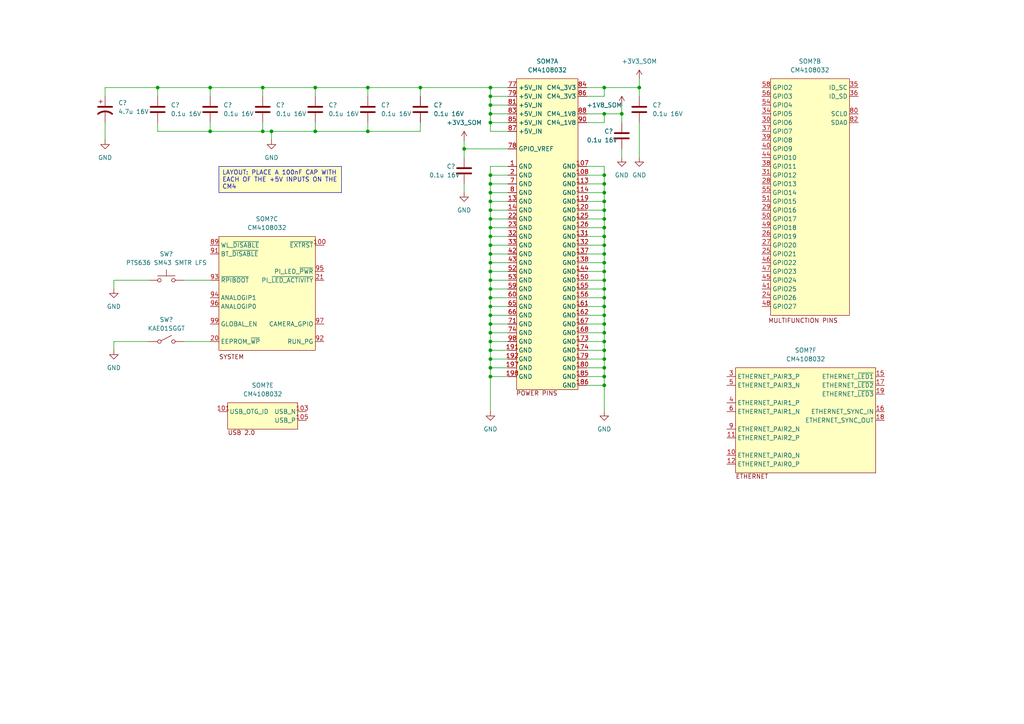
<source format=kicad_sch>
(kicad_sch
	(version 20231120)
	(generator "eeschema")
	(generator_version "8.0")
	(uuid "b37f10bd-7540-492a-a634-267b03eafc86")
	(paper "A4")
	
	(junction
		(at 175.26 55.88)
		(diameter 0)
		(color 0 0 0 0)
		(uuid "028ea704-d133-46e6-9b4f-53167c91f0b5")
	)
	(junction
		(at 121.92 25.4)
		(diameter 0)
		(color 0 0 0 0)
		(uuid "0a5b076f-4341-4a2a-a621-854b72691ac6")
	)
	(junction
		(at 142.24 104.14)
		(diameter 0)
		(color 0 0 0 0)
		(uuid "0bc3c4e9-f21e-49e7-b192-73761a9718f2")
	)
	(junction
		(at 180.34 33.02)
		(diameter 0)
		(color 0 0 0 0)
		(uuid "0d848361-6833-41ee-a46a-1906906e8f4f")
	)
	(junction
		(at 142.24 88.9)
		(diameter 0)
		(color 0 0 0 0)
		(uuid "1716eef9-4578-4fdb-93b3-a09752c1d093")
	)
	(junction
		(at 175.26 78.74)
		(diameter 0)
		(color 0 0 0 0)
		(uuid "1759a97c-4be9-406c-ae2a-2811e65b4928")
	)
	(junction
		(at 142.24 78.74)
		(diameter 0)
		(color 0 0 0 0)
		(uuid "18f44a41-9bf7-44ac-9efe-124ed12b7d52")
	)
	(junction
		(at 175.26 83.82)
		(diameter 0)
		(color 0 0 0 0)
		(uuid "1b79f9cf-60f9-4746-b7e3-c8087514569e")
	)
	(junction
		(at 45.72 25.4)
		(diameter 0)
		(color 0 0 0 0)
		(uuid "1d039500-f3b6-4add-b019-1d2608473a36")
	)
	(junction
		(at 134.62 43.18)
		(diameter 0)
		(color 0 0 0 0)
		(uuid "1e2d9618-1e5d-4554-a8a4-21e60c99b914")
	)
	(junction
		(at 175.26 111.76)
		(diameter 0)
		(color 0 0 0 0)
		(uuid "1f60e73b-fd86-480a-ae41-d4e71f1c8677")
	)
	(junction
		(at 175.26 86.36)
		(diameter 0)
		(color 0 0 0 0)
		(uuid "1fbfc498-845c-4928-b863-63305fe512ad")
	)
	(junction
		(at 78.74 38.1)
		(diameter 0)
		(color 0 0 0 0)
		(uuid "24b32349-bd59-4388-8c03-0b1f066c8261")
	)
	(junction
		(at 175.26 68.58)
		(diameter 0)
		(color 0 0 0 0)
		(uuid "2559170c-9c5b-4b9f-aa18-6426f9ad44d6")
	)
	(junction
		(at 175.26 63.5)
		(diameter 0)
		(color 0 0 0 0)
		(uuid "29a7e51e-8b4d-499a-b30c-f74beeb86431")
	)
	(junction
		(at 175.26 50.8)
		(diameter 0)
		(color 0 0 0 0)
		(uuid "32648307-5c6f-4d8a-9589-3cb334ac0ead")
	)
	(junction
		(at 142.24 71.12)
		(diameter 0)
		(color 0 0 0 0)
		(uuid "41a167e3-f4fc-4f28-9ad3-3867f3c53fbb")
	)
	(junction
		(at 175.26 66.04)
		(diameter 0)
		(color 0 0 0 0)
		(uuid "4579467d-f458-490c-807a-98da7cabf191")
	)
	(junction
		(at 142.24 30.48)
		(diameter 0)
		(color 0 0 0 0)
		(uuid "463a1259-8d4b-48b8-b8b6-af66950a986e")
	)
	(junction
		(at 142.24 109.22)
		(diameter 0)
		(color 0 0 0 0)
		(uuid "5324de43-c558-4d41-802a-a5e0d14c457e")
	)
	(junction
		(at 142.24 25.4)
		(diameter 0)
		(color 0 0 0 0)
		(uuid "555561ce-4bc7-42c1-8dd3-8aacad56b22a")
	)
	(junction
		(at 142.24 101.6)
		(diameter 0)
		(color 0 0 0 0)
		(uuid "5b6bedeb-d992-4ef4-84f3-f5ecb20ac66d")
	)
	(junction
		(at 175.26 93.98)
		(diameter 0)
		(color 0 0 0 0)
		(uuid "5db1a6db-70ea-49a8-8d47-91c1cb4e0577")
	)
	(junction
		(at 175.26 25.4)
		(diameter 0)
		(color 0 0 0 0)
		(uuid "5dbb84ab-398b-4a33-8047-592b71442673")
	)
	(junction
		(at 142.24 93.98)
		(diameter 0)
		(color 0 0 0 0)
		(uuid "6110f6d6-b344-4165-ac9d-8763763e3ce9")
	)
	(junction
		(at 142.24 27.94)
		(diameter 0)
		(color 0 0 0 0)
		(uuid "62396c8f-0b5d-483e-a602-b3ad10a45d15")
	)
	(junction
		(at 76.2 38.1)
		(diameter 0)
		(color 0 0 0 0)
		(uuid "689400cb-6e78-488a-bdae-acd1426eeca5")
	)
	(junction
		(at 142.24 58.42)
		(diameter 0)
		(color 0 0 0 0)
		(uuid "7249fecf-c29d-4d18-b7d1-f92a41b27f98")
	)
	(junction
		(at 142.24 91.44)
		(diameter 0)
		(color 0 0 0 0)
		(uuid "733e7892-eb33-4a03-8007-149f4aa41c07")
	)
	(junction
		(at 60.96 25.4)
		(diameter 0)
		(color 0 0 0 0)
		(uuid "75bc7d13-29f1-455b-b3fe-9fca32dfa92d")
	)
	(junction
		(at 175.26 99.06)
		(diameter 0)
		(color 0 0 0 0)
		(uuid "78e3d2a5-89d5-4cd0-b128-77601c7143d2")
	)
	(junction
		(at 142.24 86.36)
		(diameter 0)
		(color 0 0 0 0)
		(uuid "7a990a9f-a80e-468f-a05e-d4114a60e4fa")
	)
	(junction
		(at 175.26 81.28)
		(diameter 0)
		(color 0 0 0 0)
		(uuid "7d52ee99-e657-4955-ac24-d20a76605848")
	)
	(junction
		(at 175.26 60.96)
		(diameter 0)
		(color 0 0 0 0)
		(uuid "83e571cc-415f-495b-89be-c5bd42f9205f")
	)
	(junction
		(at 185.42 25.4)
		(diameter 0)
		(color 0 0 0 0)
		(uuid "848b0081-3e29-4f51-a8fb-60bf05567f18")
	)
	(junction
		(at 142.24 96.52)
		(diameter 0)
		(color 0 0 0 0)
		(uuid "8c3b8e52-1732-4ecb-b43c-0656e7692765")
	)
	(junction
		(at 175.26 91.44)
		(diameter 0)
		(color 0 0 0 0)
		(uuid "8cf3d48e-b68c-43a9-9900-f1f2b63ad854")
	)
	(junction
		(at 175.26 53.34)
		(diameter 0)
		(color 0 0 0 0)
		(uuid "8d26dd7a-6fe9-4f07-80a6-803b4d251dcc")
	)
	(junction
		(at 142.24 53.34)
		(diameter 0)
		(color 0 0 0 0)
		(uuid "8e4a2c2e-447c-434d-8933-886c52f6759d")
	)
	(junction
		(at 142.24 35.56)
		(diameter 0)
		(color 0 0 0 0)
		(uuid "97b60fd9-421a-4b89-8e79-1d41d3e4240b")
	)
	(junction
		(at 142.24 68.58)
		(diameter 0)
		(color 0 0 0 0)
		(uuid "99c92a62-9cd6-45e7-be9f-f61d2de94317")
	)
	(junction
		(at 175.26 58.42)
		(diameter 0)
		(color 0 0 0 0)
		(uuid "9bcd6329-a20a-4ae1-a9c5-5d3618c151dd")
	)
	(junction
		(at 175.26 104.14)
		(diameter 0)
		(color 0 0 0 0)
		(uuid "9f2061dc-a00a-476b-88a3-4279710b4ff8")
	)
	(junction
		(at 175.26 73.66)
		(diameter 0)
		(color 0 0 0 0)
		(uuid "a0a23a9f-a26a-488e-bf83-bd4ab3869b9f")
	)
	(junction
		(at 76.2 25.4)
		(diameter 0)
		(color 0 0 0 0)
		(uuid "a26b2f27-52f7-4260-b48d-60d2899ba088")
	)
	(junction
		(at 142.24 50.8)
		(diameter 0)
		(color 0 0 0 0)
		(uuid "a4c21ffc-0ca5-42f3-91b2-04151f47c19c")
	)
	(junction
		(at 175.26 88.9)
		(diameter 0)
		(color 0 0 0 0)
		(uuid "aa2d6029-1be4-4b44-982a-45883b9064e9")
	)
	(junction
		(at 91.44 38.1)
		(diameter 0)
		(color 0 0 0 0)
		(uuid "b115f3e7-0b1b-49e1-827d-d4c98cd571e6")
	)
	(junction
		(at 106.68 38.1)
		(diameter 0)
		(color 0 0 0 0)
		(uuid "b2c143ad-8ee3-441b-9d25-ee9bd5b7460a")
	)
	(junction
		(at 142.24 76.2)
		(diameter 0)
		(color 0 0 0 0)
		(uuid "b7b3a488-518f-4a72-b9e4-2d6cdf01d5cd")
	)
	(junction
		(at 175.26 71.12)
		(diameter 0)
		(color 0 0 0 0)
		(uuid "c1a08828-abfd-4148-8dc3-b3eff48caad0")
	)
	(junction
		(at 175.26 106.68)
		(diameter 0)
		(color 0 0 0 0)
		(uuid "c28f4759-fa75-46b3-9185-b132d6354a98")
	)
	(junction
		(at 175.26 109.22)
		(diameter 0)
		(color 0 0 0 0)
		(uuid "c2b7dd25-4a09-4614-905f-5f1b4a43cb31")
	)
	(junction
		(at 60.96 38.1)
		(diameter 0)
		(color 0 0 0 0)
		(uuid "c6d9ceda-e1ec-4515-bca8-9b239b1d8c05")
	)
	(junction
		(at 142.24 81.28)
		(diameter 0)
		(color 0 0 0 0)
		(uuid "ca616fb1-caf6-46cf-b802-c4be90f41f0b")
	)
	(junction
		(at 142.24 73.66)
		(diameter 0)
		(color 0 0 0 0)
		(uuid "ccb30e5f-f753-49b9-8bf3-79c5e7458a30")
	)
	(junction
		(at 175.26 33.02)
		(diameter 0)
		(color 0 0 0 0)
		(uuid "ccd95f9b-d5e3-4b55-902e-eed4429eec37")
	)
	(junction
		(at 175.26 96.52)
		(diameter 0)
		(color 0 0 0 0)
		(uuid "d0512375-f2ba-4a2b-8847-7dc04bd76ef0")
	)
	(junction
		(at 142.24 83.82)
		(diameter 0)
		(color 0 0 0 0)
		(uuid "d2913fb2-8ecb-44f1-8e41-a603fe59f82d")
	)
	(junction
		(at 142.24 33.02)
		(diameter 0)
		(color 0 0 0 0)
		(uuid "d8695a00-660f-412a-afe7-818ce1b2f503")
	)
	(junction
		(at 175.26 101.6)
		(diameter 0)
		(color 0 0 0 0)
		(uuid "dab8aab5-4ed2-494c-8854-e84560fc1d92")
	)
	(junction
		(at 142.24 66.04)
		(diameter 0)
		(color 0 0 0 0)
		(uuid "e4f494bd-358d-4651-b6aa-a82aa5470511")
	)
	(junction
		(at 106.68 25.4)
		(diameter 0)
		(color 0 0 0 0)
		(uuid "ef7a9ec3-2105-49ef-9ccb-a77262725abf")
	)
	(junction
		(at 142.24 60.96)
		(diameter 0)
		(color 0 0 0 0)
		(uuid "f324ff22-87e0-4c25-8043-11e72e071e3c")
	)
	(junction
		(at 142.24 63.5)
		(diameter 0)
		(color 0 0 0 0)
		(uuid "f4521265-6a81-4808-9ca2-dc59d120c69f")
	)
	(junction
		(at 91.44 25.4)
		(diameter 0)
		(color 0 0 0 0)
		(uuid "f76203f4-0797-4f27-9cb5-f34dfe0a6038")
	)
	(junction
		(at 142.24 55.88)
		(diameter 0)
		(color 0 0 0 0)
		(uuid "fa9ad011-67ac-488e-9001-975033152851")
	)
	(junction
		(at 142.24 99.06)
		(diameter 0)
		(color 0 0 0 0)
		(uuid "faf737b3-a760-4e29-8233-d252526d4f00")
	)
	(junction
		(at 175.26 76.2)
		(diameter 0)
		(color 0 0 0 0)
		(uuid "fd0954b9-85c5-4abe-84d3-c4f23db730ac")
	)
	(junction
		(at 142.24 106.68)
		(diameter 0)
		(color 0 0 0 0)
		(uuid "fd33150b-0b5d-40bc-b96f-c02fece37506")
	)
	(wire
		(pts
			(xy 175.26 25.4) (xy 185.42 25.4)
		)
		(stroke
			(width 0)
			(type default)
		)
		(uuid "0172a651-7929-418d-a875-febf43495394")
	)
	(wire
		(pts
			(xy 175.26 104.14) (xy 175.26 106.68)
		)
		(stroke
			(width 0)
			(type default)
		)
		(uuid "02b8a387-9085-48ef-ba53-5ef17ffffce7")
	)
	(wire
		(pts
			(xy 142.24 101.6) (xy 142.24 104.14)
		)
		(stroke
			(width 0)
			(type default)
		)
		(uuid "0873a29d-0bc6-40a6-b4b4-8aa5de72926c")
	)
	(wire
		(pts
			(xy 142.24 81.28) (xy 147.32 81.28)
		)
		(stroke
			(width 0)
			(type default)
		)
		(uuid "08eeb045-98e0-43fa-875e-c388bfbef003")
	)
	(wire
		(pts
			(xy 175.26 53.34) (xy 175.26 55.88)
		)
		(stroke
			(width 0)
			(type default)
		)
		(uuid "09557ff8-35df-4d46-96a8-a9f1437863b8")
	)
	(wire
		(pts
			(xy 142.24 58.42) (xy 147.32 58.42)
		)
		(stroke
			(width 0)
			(type default)
		)
		(uuid "096a364a-e645-4779-ac99-c2fbc2e867cd")
	)
	(wire
		(pts
			(xy 170.18 55.88) (xy 175.26 55.88)
		)
		(stroke
			(width 0)
			(type default)
		)
		(uuid "0a979a84-7736-4905-8013-176b203b0376")
	)
	(wire
		(pts
			(xy 142.24 91.44) (xy 142.24 93.98)
		)
		(stroke
			(width 0)
			(type default)
		)
		(uuid "0b81c6dc-b687-47cd-b938-0815f6569315")
	)
	(wire
		(pts
			(xy 106.68 25.4) (xy 121.92 25.4)
		)
		(stroke
			(width 0)
			(type default)
		)
		(uuid "0f3b4f3e-8b90-49f0-a6bb-fd806ab03087")
	)
	(wire
		(pts
			(xy 134.62 53.34) (xy 134.62 55.88)
		)
		(stroke
			(width 0)
			(type default)
		)
		(uuid "1069a454-467b-45f9-bf39-d13d50575de2")
	)
	(wire
		(pts
			(xy 175.26 93.98) (xy 175.26 96.52)
		)
		(stroke
			(width 0)
			(type default)
		)
		(uuid "10aedba1-c52c-4238-8368-23cb71827ca8")
	)
	(wire
		(pts
			(xy 60.96 35.56) (xy 60.96 38.1)
		)
		(stroke
			(width 0)
			(type default)
		)
		(uuid "125ec75e-98bc-4887-a9ae-95ba92eb78c8")
	)
	(wire
		(pts
			(xy 76.2 25.4) (xy 91.44 25.4)
		)
		(stroke
			(width 0)
			(type default)
		)
		(uuid "126c5439-5785-4323-886a-730df0656272")
	)
	(wire
		(pts
			(xy 175.26 25.4) (xy 175.26 27.94)
		)
		(stroke
			(width 0)
			(type default)
		)
		(uuid "136396a4-f2af-4f2d-8c88-112bef388fac")
	)
	(wire
		(pts
			(xy 142.24 60.96) (xy 142.24 63.5)
		)
		(stroke
			(width 0)
			(type default)
		)
		(uuid "14861d19-6fc6-49e7-9cc9-7ba9a5b96372")
	)
	(wire
		(pts
			(xy 175.26 50.8) (xy 175.26 53.34)
		)
		(stroke
			(width 0)
			(type default)
		)
		(uuid "1eb78fa2-fde2-4792-bd02-fc84d10e053e")
	)
	(wire
		(pts
			(xy 142.24 35.56) (xy 142.24 38.1)
		)
		(stroke
			(width 0)
			(type default)
		)
		(uuid "1f974e25-e22d-4d8b-99f6-49a4151a97be")
	)
	(wire
		(pts
			(xy 175.26 73.66) (xy 175.26 76.2)
		)
		(stroke
			(width 0)
			(type default)
		)
		(uuid "207b5c72-033c-4812-9f64-a80841f29802")
	)
	(wire
		(pts
			(xy 175.26 88.9) (xy 175.26 91.44)
		)
		(stroke
			(width 0)
			(type default)
		)
		(uuid "20c230a5-bd32-453b-b323-dbc8ee7c6642")
	)
	(wire
		(pts
			(xy 30.48 27.94) (xy 30.48 25.4)
		)
		(stroke
			(width 0)
			(type default)
		)
		(uuid "233121a5-e517-4374-8829-0a6586a7585a")
	)
	(wire
		(pts
			(xy 142.24 60.96) (xy 147.32 60.96)
		)
		(stroke
			(width 0)
			(type default)
		)
		(uuid "25de97c5-f25f-40e3-a4af-6cf392608824")
	)
	(wire
		(pts
			(xy 175.26 109.22) (xy 175.26 111.76)
		)
		(stroke
			(width 0)
			(type default)
		)
		(uuid "2713fbea-621d-4b12-973b-1929e0339666")
	)
	(wire
		(pts
			(xy 170.18 106.68) (xy 175.26 106.68)
		)
		(stroke
			(width 0)
			(type default)
		)
		(uuid "277f50eb-1d62-4687-95a3-a6ae72ac8ee3")
	)
	(wire
		(pts
			(xy 142.24 96.52) (xy 147.32 96.52)
		)
		(stroke
			(width 0)
			(type default)
		)
		(uuid "27e1d90c-6345-43c6-b9d0-f2817df4c921")
	)
	(wire
		(pts
			(xy 142.24 81.28) (xy 142.24 83.82)
		)
		(stroke
			(width 0)
			(type default)
		)
		(uuid "280f8f37-09aa-4671-b02e-d347265186d4")
	)
	(wire
		(pts
			(xy 142.24 55.88) (xy 142.24 58.42)
		)
		(stroke
			(width 0)
			(type default)
		)
		(uuid "2887b49d-8b44-4bcb-a999-90a390e551d1")
	)
	(wire
		(pts
			(xy 142.24 106.68) (xy 147.32 106.68)
		)
		(stroke
			(width 0)
			(type default)
		)
		(uuid "2927c4a7-e49e-4a2b-93f8-8b22a3bc8c6f")
	)
	(wire
		(pts
			(xy 60.96 38.1) (xy 76.2 38.1)
		)
		(stroke
			(width 0)
			(type default)
		)
		(uuid "2a9943a9-bcae-4dec-9da5-24d1385e3020")
	)
	(wire
		(pts
			(xy 142.24 88.9) (xy 147.32 88.9)
		)
		(stroke
			(width 0)
			(type default)
		)
		(uuid "2c438082-8ae9-4b05-9250-0bcb17fb7234")
	)
	(wire
		(pts
			(xy 175.26 33.02) (xy 175.26 35.56)
		)
		(stroke
			(width 0)
			(type default)
		)
		(uuid "2eb51bc3-24f9-4458-8e0d-1b0d36599654")
	)
	(wire
		(pts
			(xy 33.02 81.28) (xy 43.18 81.28)
		)
		(stroke
			(width 0)
			(type default)
		)
		(uuid "2f7ffd91-d100-4c28-8dc6-7f32b6272d5b")
	)
	(wire
		(pts
			(xy 142.24 66.04) (xy 142.24 68.58)
		)
		(stroke
			(width 0)
			(type default)
		)
		(uuid "301543c0-25ca-457f-bec3-90215911b88f")
	)
	(wire
		(pts
			(xy 53.34 81.28) (xy 60.96 81.28)
		)
		(stroke
			(width 0)
			(type default)
		)
		(uuid "333b3829-8340-400e-a8fe-e10bf3fe75c6")
	)
	(wire
		(pts
			(xy 142.24 106.68) (xy 142.24 109.22)
		)
		(stroke
			(width 0)
			(type default)
		)
		(uuid "3493fc9a-f76f-4637-adea-39d478b455b8")
	)
	(wire
		(pts
			(xy 78.74 38.1) (xy 78.74 40.64)
		)
		(stroke
			(width 0)
			(type default)
		)
		(uuid "36c2b556-fd4e-4de6-b7bb-2562f351735e")
	)
	(wire
		(pts
			(xy 134.62 40.64) (xy 134.62 43.18)
		)
		(stroke
			(width 0)
			(type default)
		)
		(uuid "36f7d967-f56c-4ad7-a3b2-be8c5adc6cc9")
	)
	(wire
		(pts
			(xy 175.26 58.42) (xy 175.26 60.96)
		)
		(stroke
			(width 0)
			(type default)
		)
		(uuid "373ace7e-dfa1-4d72-ad8c-f33e4ae2f18e")
	)
	(wire
		(pts
			(xy 60.96 25.4) (xy 60.96 27.94)
		)
		(stroke
			(width 0)
			(type default)
		)
		(uuid "384f5c1c-eb08-4745-975c-4d9242b74781")
	)
	(wire
		(pts
			(xy 142.24 50.8) (xy 147.32 50.8)
		)
		(stroke
			(width 0)
			(type default)
		)
		(uuid "38d7b31c-fcd3-4b8f-8af7-0ef21593aeca")
	)
	(wire
		(pts
			(xy 91.44 25.4) (xy 106.68 25.4)
		)
		(stroke
			(width 0)
			(type default)
		)
		(uuid "39fab9e7-2e87-4c9e-bb3d-7e8bca714779")
	)
	(wire
		(pts
			(xy 142.24 93.98) (xy 147.32 93.98)
		)
		(stroke
			(width 0)
			(type default)
		)
		(uuid "3a3f9107-69a0-401d-af72-38f3b1d3aecb")
	)
	(wire
		(pts
			(xy 33.02 99.06) (xy 33.02 101.6)
		)
		(stroke
			(width 0)
			(type default)
		)
		(uuid "3b279a55-a97b-444f-a241-3aa452a8377a")
	)
	(wire
		(pts
			(xy 142.24 99.06) (xy 142.24 101.6)
		)
		(stroke
			(width 0)
			(type default)
		)
		(uuid "3eb8530d-1650-4948-9e40-299bfe71f9fe")
	)
	(wire
		(pts
			(xy 45.72 27.94) (xy 45.72 25.4)
		)
		(stroke
			(width 0)
			(type default)
		)
		(uuid "41a21936-27e8-41a9-b149-efba595df268")
	)
	(wire
		(pts
			(xy 175.26 83.82) (xy 175.26 86.36)
		)
		(stroke
			(width 0)
			(type default)
		)
		(uuid "4228d977-63ee-460c-83fb-f754378c0608")
	)
	(wire
		(pts
			(xy 142.24 58.42) (xy 142.24 60.96)
		)
		(stroke
			(width 0)
			(type default)
		)
		(uuid "442eca7c-417b-4f9e-9ca8-32004b0b20cf")
	)
	(wire
		(pts
			(xy 142.24 83.82) (xy 147.32 83.82)
		)
		(stroke
			(width 0)
			(type default)
		)
		(uuid "45a4c80c-3d7b-4e34-aa80-5acae21e8d7f")
	)
	(wire
		(pts
			(xy 175.26 71.12) (xy 175.26 73.66)
		)
		(stroke
			(width 0)
			(type default)
		)
		(uuid "4645a8fb-7a01-4292-8d3a-7b84c1af999d")
	)
	(wire
		(pts
			(xy 142.24 30.48) (xy 147.32 30.48)
		)
		(stroke
			(width 0)
			(type default)
		)
		(uuid "476f8c0e-131c-4daa-a80c-c4cc823d8789")
	)
	(wire
		(pts
			(xy 175.26 68.58) (xy 175.26 71.12)
		)
		(stroke
			(width 0)
			(type default)
		)
		(uuid "486849ec-68a0-4b73-8224-b39f527b9215")
	)
	(wire
		(pts
			(xy 121.92 35.56) (xy 121.92 38.1)
		)
		(stroke
			(width 0)
			(type default)
		)
		(uuid "48d9c00a-4c03-47f2-a365-e8eaa8bf36f7")
	)
	(wire
		(pts
			(xy 175.26 63.5) (xy 175.26 66.04)
		)
		(stroke
			(width 0)
			(type default)
		)
		(uuid "49abcf6b-4ded-4cdc-a98e-89d61706abd8")
	)
	(wire
		(pts
			(xy 170.18 78.74) (xy 175.26 78.74)
		)
		(stroke
			(width 0)
			(type default)
		)
		(uuid "4eef9d44-2bcf-45d6-a25d-be68889037b5")
	)
	(wire
		(pts
			(xy 175.26 96.52) (xy 175.26 99.06)
		)
		(stroke
			(width 0)
			(type default)
		)
		(uuid "50eab833-2f31-4dbf-81b4-e5c7c7090570")
	)
	(wire
		(pts
			(xy 134.62 43.18) (xy 134.62 45.72)
		)
		(stroke
			(width 0)
			(type default)
		)
		(uuid "521b2e82-0292-4353-b1d7-427715e2fd70")
	)
	(wire
		(pts
			(xy 147.32 25.4) (xy 142.24 25.4)
		)
		(stroke
			(width 0)
			(type default)
		)
		(uuid "54bdad2d-416d-4166-a6a2-f6a624a3789e")
	)
	(wire
		(pts
			(xy 142.24 27.94) (xy 142.24 30.48)
		)
		(stroke
			(width 0)
			(type default)
		)
		(uuid "580f2e70-cc69-4090-b221-3c4d00c2861c")
	)
	(wire
		(pts
			(xy 142.24 104.14) (xy 147.32 104.14)
		)
		(stroke
			(width 0)
			(type default)
		)
		(uuid "5861305d-5a01-4317-a045-39a165cc3c45")
	)
	(wire
		(pts
			(xy 91.44 25.4) (xy 91.44 27.94)
		)
		(stroke
			(width 0)
			(type default)
		)
		(uuid "5ab00816-630c-48e8-87e2-53301cebe421")
	)
	(wire
		(pts
			(xy 33.02 83.82) (xy 33.02 81.28)
		)
		(stroke
			(width 0)
			(type default)
		)
		(uuid "5d9e45b0-a427-4888-a528-429941d4c564")
	)
	(wire
		(pts
			(xy 142.24 38.1) (xy 147.32 38.1)
		)
		(stroke
			(width 0)
			(type default)
		)
		(uuid "6129cf39-ed55-419c-b85e-940a8b46422b")
	)
	(wire
		(pts
			(xy 76.2 25.4) (xy 76.2 27.94)
		)
		(stroke
			(width 0)
			(type default)
		)
		(uuid "628d9389-b311-4583-a978-082d4ac13735")
	)
	(wire
		(pts
			(xy 175.26 86.36) (xy 175.26 88.9)
		)
		(stroke
			(width 0)
			(type default)
		)
		(uuid "635ed7a0-ac49-4bfb-addc-5a389e222322")
	)
	(wire
		(pts
			(xy 170.18 63.5) (xy 175.26 63.5)
		)
		(stroke
			(width 0)
			(type default)
		)
		(uuid "636e71f9-353f-44bc-b436-eeb47952e46f")
	)
	(wire
		(pts
			(xy 180.34 33.02) (xy 180.34 35.56)
		)
		(stroke
			(width 0)
			(type default)
		)
		(uuid "636e88a2-fe56-432e-8c39-9069d92fcb23")
	)
	(wire
		(pts
			(xy 106.68 35.56) (xy 106.68 38.1)
		)
		(stroke
			(width 0)
			(type default)
		)
		(uuid "64d83686-5f79-4697-b123-e93c8c22d55f")
	)
	(wire
		(pts
			(xy 170.18 33.02) (xy 175.26 33.02)
		)
		(stroke
			(width 0)
			(type default)
		)
		(uuid "66388b85-f5dd-4e09-9769-5bad3b3d2a25")
	)
	(wire
		(pts
			(xy 175.26 91.44) (xy 175.26 93.98)
		)
		(stroke
			(width 0)
			(type default)
		)
		(uuid "66a9ad3a-0b87-463b-9679-60b996d29026")
	)
	(wire
		(pts
			(xy 142.24 86.36) (xy 147.32 86.36)
		)
		(stroke
			(width 0)
			(type default)
		)
		(uuid "670d215a-7ea0-44af-b0d5-10ddb33d525a")
	)
	(wire
		(pts
			(xy 142.24 50.8) (xy 142.24 53.34)
		)
		(stroke
			(width 0)
			(type default)
		)
		(uuid "671870b4-7bf1-4db5-87c5-2b286c1829b8")
	)
	(wire
		(pts
			(xy 142.24 104.14) (xy 142.24 106.68)
		)
		(stroke
			(width 0)
			(type default)
		)
		(uuid "67c7ada2-e65e-4f64-9b5d-dddba3ce68b6")
	)
	(wire
		(pts
			(xy 170.18 101.6) (xy 175.26 101.6)
		)
		(stroke
			(width 0)
			(type default)
		)
		(uuid "69a758dc-d5fd-4993-b71c-0906bb089b92")
	)
	(wire
		(pts
			(xy 45.72 35.56) (xy 45.72 38.1)
		)
		(stroke
			(width 0)
			(type default)
		)
		(uuid "6f30183d-b891-47da-ac8a-78ca1c202ff4")
	)
	(wire
		(pts
			(xy 175.26 81.28) (xy 175.26 83.82)
		)
		(stroke
			(width 0)
			(type default)
		)
		(uuid "6fe6f8fe-571b-492c-8e96-9dd13f62bbd2")
	)
	(wire
		(pts
			(xy 180.34 30.48) (xy 180.34 33.02)
		)
		(stroke
			(width 0)
			(type default)
		)
		(uuid "70b4ed73-c118-48be-ad56-aed7faa66393")
	)
	(wire
		(pts
			(xy 142.24 73.66) (xy 142.24 76.2)
		)
		(stroke
			(width 0)
			(type default)
		)
		(uuid "71f98cbe-572c-45c6-a01b-b166e71cfb22")
	)
	(wire
		(pts
			(xy 170.18 27.94) (xy 175.26 27.94)
		)
		(stroke
			(width 0)
			(type default)
		)
		(uuid "72b6307d-c9d9-4f8a-9b1d-be646a4b6999")
	)
	(wire
		(pts
			(xy 170.18 71.12) (xy 175.26 71.12)
		)
		(stroke
			(width 0)
			(type default)
		)
		(uuid "7a01cccb-8e01-4766-abf0-bb4a846f60d4")
	)
	(wire
		(pts
			(xy 142.24 66.04) (xy 147.32 66.04)
		)
		(stroke
			(width 0)
			(type default)
		)
		(uuid "7b0b3190-a59c-4bc9-8c21-b29fe45c5208")
	)
	(wire
		(pts
			(xy 170.18 93.98) (xy 175.26 93.98)
		)
		(stroke
			(width 0)
			(type default)
		)
		(uuid "7d254a75-7ff8-42dd-be8d-79cf5f2571b3")
	)
	(wire
		(pts
			(xy 76.2 35.56) (xy 76.2 38.1)
		)
		(stroke
			(width 0)
			(type default)
		)
		(uuid "7d85c8fb-1f7e-482f-ba2d-e347e9bbb746")
	)
	(wire
		(pts
			(xy 76.2 38.1) (xy 78.74 38.1)
		)
		(stroke
			(width 0)
			(type default)
		)
		(uuid "7dbf18d6-dd30-48c4-ae4b-a6dffce60849")
	)
	(wire
		(pts
			(xy 106.68 38.1) (xy 121.92 38.1)
		)
		(stroke
			(width 0)
			(type default)
		)
		(uuid "7e1a2ab5-b7b2-4f7f-911c-be10a0b1d849")
	)
	(wire
		(pts
			(xy 170.18 86.36) (xy 175.26 86.36)
		)
		(stroke
			(width 0)
			(type default)
		)
		(uuid "7eead7d4-bfe0-4699-96b2-82d63a9d4452")
	)
	(wire
		(pts
			(xy 170.18 50.8) (xy 175.26 50.8)
		)
		(stroke
			(width 0)
			(type default)
		)
		(uuid "7f0d7b17-4f7b-4976-bd32-174bf9ce2837")
	)
	(wire
		(pts
			(xy 175.26 48.26) (xy 175.26 50.8)
		)
		(stroke
			(width 0)
			(type default)
		)
		(uuid "7f359b23-be9d-4044-8f67-20344e99199f")
	)
	(wire
		(pts
			(xy 175.26 78.74) (xy 175.26 81.28)
		)
		(stroke
			(width 0)
			(type default)
		)
		(uuid "7f6c9ff3-4d1a-45d9-9412-26428d0333ec")
	)
	(wire
		(pts
			(xy 142.24 71.12) (xy 142.24 73.66)
		)
		(stroke
			(width 0)
			(type default)
		)
		(uuid "816369eb-b7ee-4d06-aba3-dabae7c7d62c")
	)
	(wire
		(pts
			(xy 170.18 91.44) (xy 175.26 91.44)
		)
		(stroke
			(width 0)
			(type default)
		)
		(uuid "8280ab6f-8d46-45ee-97ed-fe57f1bb4250")
	)
	(wire
		(pts
			(xy 106.68 25.4) (xy 106.68 27.94)
		)
		(stroke
			(width 0)
			(type default)
		)
		(uuid "83b55d36-0251-4444-95f6-9943f9c60e27")
	)
	(wire
		(pts
			(xy 142.24 53.34) (xy 147.32 53.34)
		)
		(stroke
			(width 0)
			(type default)
		)
		(uuid "8436fa16-d30a-48b6-9e47-5e381c44b1db")
	)
	(wire
		(pts
			(xy 170.18 25.4) (xy 175.26 25.4)
		)
		(stroke
			(width 0)
			(type default)
		)
		(uuid "8ae422e4-7b7c-47a5-aa91-714990b411a5")
	)
	(wire
		(pts
			(xy 175.26 106.68) (xy 175.26 109.22)
		)
		(stroke
			(width 0)
			(type default)
		)
		(uuid "8c2803b9-bb3f-46ba-b1b3-9f02a9275884")
	)
	(wire
		(pts
			(xy 142.24 78.74) (xy 147.32 78.74)
		)
		(stroke
			(width 0)
			(type default)
		)
		(uuid "8c75c38d-71ec-474e-8973-2ea157a5be1a")
	)
	(wire
		(pts
			(xy 170.18 96.52) (xy 175.26 96.52)
		)
		(stroke
			(width 0)
			(type default)
		)
		(uuid "8cdf350a-8307-4959-9bf0-6453f592c094")
	)
	(wire
		(pts
			(xy 170.18 66.04) (xy 175.26 66.04)
		)
		(stroke
			(width 0)
			(type default)
		)
		(uuid "8fd2e2f9-811c-4535-bfd4-a68a17bc0536")
	)
	(wire
		(pts
			(xy 142.24 96.52) (xy 142.24 99.06)
		)
		(stroke
			(width 0)
			(type default)
		)
		(uuid "92ed0802-b678-452f-991e-f2ac3df686ad")
	)
	(wire
		(pts
			(xy 142.24 33.02) (xy 147.32 33.02)
		)
		(stroke
			(width 0)
			(type default)
		)
		(uuid "936aee9c-980f-4f50-94bf-0fbddd736f5a")
	)
	(wire
		(pts
			(xy 142.24 63.5) (xy 147.32 63.5)
		)
		(stroke
			(width 0)
			(type default)
		)
		(uuid "95a07408-2cb4-4f32-a2f3-7114256e2de5")
	)
	(wire
		(pts
			(xy 170.18 81.28) (xy 175.26 81.28)
		)
		(stroke
			(width 0)
			(type default)
		)
		(uuid "96b22307-680f-4add-8c9c-32454ea76aaa")
	)
	(wire
		(pts
			(xy 91.44 38.1) (xy 106.68 38.1)
		)
		(stroke
			(width 0)
			(type default)
		)
		(uuid "975db04a-4082-430c-9fcc-ecb2a9b74bae")
	)
	(wire
		(pts
			(xy 170.18 111.76) (xy 175.26 111.76)
		)
		(stroke
			(width 0)
			(type default)
		)
		(uuid "98bdc973-8d63-45db-befc-ac4ddf1f4d39")
	)
	(wire
		(pts
			(xy 142.24 71.12) (xy 147.32 71.12)
		)
		(stroke
			(width 0)
			(type default)
		)
		(uuid "9b13d8e6-8c5b-41c4-8295-bb54a5b050f4")
	)
	(wire
		(pts
			(xy 53.34 99.06) (xy 60.96 99.06)
		)
		(stroke
			(width 0)
			(type default)
		)
		(uuid "9bd2eabc-fd41-4d0c-98e9-9febc357eb2a")
	)
	(wire
		(pts
			(xy 142.24 33.02) (xy 142.24 35.56)
		)
		(stroke
			(width 0)
			(type default)
		)
		(uuid "9e70e501-a181-44f4-a1ce-bc83c2475e33")
	)
	(wire
		(pts
			(xy 142.24 91.44) (xy 147.32 91.44)
		)
		(stroke
			(width 0)
			(type default)
		)
		(uuid "a3539c25-0692-460a-be34-dfb1080106a8")
	)
	(wire
		(pts
			(xy 45.72 38.1) (xy 60.96 38.1)
		)
		(stroke
			(width 0)
			(type default)
		)
		(uuid "a38cee25-df4a-41a6-a3f4-e0adedec504f")
	)
	(wire
		(pts
			(xy 175.26 60.96) (xy 175.26 63.5)
		)
		(stroke
			(width 0)
			(type default)
		)
		(uuid "a4afffce-756b-49b2-8281-62c0e26cb016")
	)
	(wire
		(pts
			(xy 142.24 68.58) (xy 142.24 71.12)
		)
		(stroke
			(width 0)
			(type default)
		)
		(uuid "a5bc1428-a907-4929-9160-ee998f3a5d19")
	)
	(wire
		(pts
			(xy 142.24 53.34) (xy 142.24 55.88)
		)
		(stroke
			(width 0)
			(type default)
		)
		(uuid "a5edbde5-8f5b-4620-a6f3-22aa226ba878")
	)
	(wire
		(pts
			(xy 175.26 99.06) (xy 175.26 101.6)
		)
		(stroke
			(width 0)
			(type default)
		)
		(uuid "a8429375-0190-4b89-a4bf-7a80d268818a")
	)
	(wire
		(pts
			(xy 142.24 101.6) (xy 147.32 101.6)
		)
		(stroke
			(width 0)
			(type default)
		)
		(uuid "aa379703-3579-4bf1-87ad-08acb1b26469")
	)
	(wire
		(pts
			(xy 175.26 66.04) (xy 175.26 68.58)
		)
		(stroke
			(width 0)
			(type default)
		)
		(uuid "acbed05a-1327-45a3-a367-a5ac6f4fd26e")
	)
	(wire
		(pts
			(xy 142.24 78.74) (xy 142.24 81.28)
		)
		(stroke
			(width 0)
			(type default)
		)
		(uuid "aede39cb-2124-49b6-8cc4-9e11db848702")
	)
	(wire
		(pts
			(xy 147.32 48.26) (xy 142.24 48.26)
		)
		(stroke
			(width 0)
			(type default)
		)
		(uuid "af22d97a-a8ad-4ce9-bdca-c8ac22a0ed38")
	)
	(wire
		(pts
			(xy 142.24 55.88) (xy 147.32 55.88)
		)
		(stroke
			(width 0)
			(type default)
		)
		(uuid "b03a01ef-ffd4-4b93-9d3f-b10482142439")
	)
	(wire
		(pts
			(xy 142.24 88.9) (xy 142.24 91.44)
		)
		(stroke
			(width 0)
			(type default)
		)
		(uuid "b1bb330f-1775-4380-a23f-8218de8f523e")
	)
	(wire
		(pts
			(xy 142.24 93.98) (xy 142.24 96.52)
		)
		(stroke
			(width 0)
			(type default)
		)
		(uuid "b35fd8c7-ca3f-49e0-9ea1-aa748ae02838")
	)
	(wire
		(pts
			(xy 170.18 48.26) (xy 175.26 48.26)
		)
		(stroke
			(width 0)
			(type default)
		)
		(uuid "b48b95a0-2b24-4dbe-9fec-507f56d37b32")
	)
	(wire
		(pts
			(xy 142.24 99.06) (xy 147.32 99.06)
		)
		(stroke
			(width 0)
			(type default)
		)
		(uuid "b5175b44-7d39-4a8a-b66c-a61c2d028c87")
	)
	(wire
		(pts
			(xy 142.24 30.48) (xy 142.24 33.02)
		)
		(stroke
			(width 0)
			(type default)
		)
		(uuid "b578e79e-7baf-4080-9675-7b49ff8bd317")
	)
	(wire
		(pts
			(xy 170.18 83.82) (xy 175.26 83.82)
		)
		(stroke
			(width 0)
			(type default)
		)
		(uuid "b5e51500-dd88-4628-8ed3-84e0586a2e18")
	)
	(wire
		(pts
			(xy 170.18 99.06) (xy 175.26 99.06)
		)
		(stroke
			(width 0)
			(type default)
		)
		(uuid "b63f5294-f4c5-46ed-bf81-f85e0f1e3130")
	)
	(wire
		(pts
			(xy 175.26 101.6) (xy 175.26 104.14)
		)
		(stroke
			(width 0)
			(type default)
		)
		(uuid "b84a7247-2166-4c8a-a075-6b58d596eb8d")
	)
	(wire
		(pts
			(xy 175.26 111.76) (xy 175.26 119.38)
		)
		(stroke
			(width 0)
			(type default)
		)
		(uuid "bd3742c5-8842-4dcb-ba42-e5126893503f")
	)
	(wire
		(pts
			(xy 142.24 86.36) (xy 142.24 88.9)
		)
		(stroke
			(width 0)
			(type default)
		)
		(uuid "be222a3c-7823-4a76-864a-a635ebc47a08")
	)
	(wire
		(pts
			(xy 180.34 43.18) (xy 180.34 45.72)
		)
		(stroke
			(width 0)
			(type default)
		)
		(uuid "be24b87b-5365-4fba-80c2-10f2d05ccf94")
	)
	(wire
		(pts
			(xy 170.18 68.58) (xy 175.26 68.58)
		)
		(stroke
			(width 0)
			(type default)
		)
		(uuid "c0fabd2a-17a6-425c-acde-300e725b9af7")
	)
	(wire
		(pts
			(xy 175.26 55.88) (xy 175.26 58.42)
		)
		(stroke
			(width 0)
			(type default)
		)
		(uuid "c241a367-05c4-4c85-99c2-fa6ac5ae1beb")
	)
	(wire
		(pts
			(xy 142.24 109.22) (xy 142.24 119.38)
		)
		(stroke
			(width 0)
			(type default)
		)
		(uuid "c25ef07d-e363-44de-b2e2-995d727ba5e1")
	)
	(wire
		(pts
			(xy 170.18 53.34) (xy 175.26 53.34)
		)
		(stroke
			(width 0)
			(type default)
		)
		(uuid "c503e909-10be-46b7-95c9-bc25351cd2a3")
	)
	(wire
		(pts
			(xy 45.72 25.4) (xy 60.96 25.4)
		)
		(stroke
			(width 0)
			(type default)
		)
		(uuid "c6300d85-15b6-4745-a32b-5b49f0a2274d")
	)
	(wire
		(pts
			(xy 170.18 73.66) (xy 175.26 73.66)
		)
		(stroke
			(width 0)
			(type default)
		)
		(uuid "c8abdac0-3a7c-4d30-a9a1-c1443a743e3d")
	)
	(wire
		(pts
			(xy 185.42 22.86) (xy 185.42 25.4)
		)
		(stroke
			(width 0)
			(type default)
		)
		(uuid "c8e56f64-b9d7-4967-ab5f-a2a50bfcf6b9")
	)
	(wire
		(pts
			(xy 30.48 35.56) (xy 30.48 40.64)
		)
		(stroke
			(width 0)
			(type default)
		)
		(uuid "ca0186b8-367b-4ca6-bc42-f697024a2ec8")
	)
	(wire
		(pts
			(xy 185.42 35.56) (xy 185.42 45.72)
		)
		(stroke
			(width 0)
			(type default)
		)
		(uuid "ca95b033-2ae6-438c-8395-885b213c2b18")
	)
	(wire
		(pts
			(xy 170.18 58.42) (xy 175.26 58.42)
		)
		(stroke
			(width 0)
			(type default)
		)
		(uuid "cb56115c-fe7c-4d46-9fa0-1a9a47e833f8")
	)
	(wire
		(pts
			(xy 142.24 63.5) (xy 142.24 66.04)
		)
		(stroke
			(width 0)
			(type default)
		)
		(uuid "cdaae082-6c8a-4217-a23e-46350351f9cc")
	)
	(wire
		(pts
			(xy 121.92 25.4) (xy 142.24 25.4)
		)
		(stroke
			(width 0)
			(type default)
		)
		(uuid "cdc1c28d-a706-4d4b-b626-fb44739a3a09")
	)
	(wire
		(pts
			(xy 170.18 60.96) (xy 175.26 60.96)
		)
		(stroke
			(width 0)
			(type default)
		)
		(uuid "ce45d3c0-7239-4f37-9034-a9cf33bfee30")
	)
	(wire
		(pts
			(xy 170.18 76.2) (xy 175.26 76.2)
		)
		(stroke
			(width 0)
			(type default)
		)
		(uuid "d026313d-c6b5-45a1-8ae2-599f0fbb1adb")
	)
	(wire
		(pts
			(xy 142.24 73.66) (xy 147.32 73.66)
		)
		(stroke
			(width 0)
			(type default)
		)
		(uuid "d07d98f9-81c6-40d6-b689-ee4fd1bc9883")
	)
	(wire
		(pts
			(xy 185.42 25.4) (xy 185.42 27.94)
		)
		(stroke
			(width 0)
			(type default)
		)
		(uuid "d2584997-7f98-48c1-a65f-c83363e8ac85")
	)
	(wire
		(pts
			(xy 142.24 68.58) (xy 147.32 68.58)
		)
		(stroke
			(width 0)
			(type default)
		)
		(uuid "d7828290-5b3a-46a3-8d64-cb1d3afdba2e")
	)
	(wire
		(pts
			(xy 134.62 43.18) (xy 147.32 43.18)
		)
		(stroke
			(width 0)
			(type default)
		)
		(uuid "db9a5b12-b5bd-4424-8ca5-26b8c2391b65")
	)
	(wire
		(pts
			(xy 142.24 25.4) (xy 142.24 27.94)
		)
		(stroke
			(width 0)
			(type default)
		)
		(uuid "dc645164-4ee0-4ff3-9583-0e612353780f")
	)
	(wire
		(pts
			(xy 142.24 83.82) (xy 142.24 86.36)
		)
		(stroke
			(width 0)
			(type default)
		)
		(uuid "ddd74153-4af2-46ad-8d85-3944943dd0ac")
	)
	(wire
		(pts
			(xy 33.02 99.06) (xy 43.18 99.06)
		)
		(stroke
			(width 0)
			(type default)
		)
		(uuid "de1e4c13-685d-49c0-857c-453335ff6a34")
	)
	(wire
		(pts
			(xy 78.74 38.1) (xy 91.44 38.1)
		)
		(stroke
			(width 0)
			(type default)
		)
		(uuid "deb8a423-ddb7-4765-9caa-1c0e70fb7624")
	)
	(wire
		(pts
			(xy 142.24 48.26) (xy 142.24 50.8)
		)
		(stroke
			(width 0)
			(type default)
		)
		(uuid "e06aa320-ec46-42c0-acb0-3dcb2c158588")
	)
	(wire
		(pts
			(xy 175.26 33.02) (xy 180.34 33.02)
		)
		(stroke
			(width 0)
			(type default)
		)
		(uuid "e0bf250e-19c2-4d18-81fe-2fd2dbd3d4e4")
	)
	(wire
		(pts
			(xy 142.24 76.2) (xy 142.24 78.74)
		)
		(stroke
			(width 0)
			(type default)
		)
		(uuid "e1584c23-8d48-4848-9411-661f1605d78c")
	)
	(wire
		(pts
			(xy 121.92 25.4) (xy 121.92 27.94)
		)
		(stroke
			(width 0)
			(type default)
		)
		(uuid "e39b0754-d543-4990-a274-183cc906bb70")
	)
	(wire
		(pts
			(xy 30.48 25.4) (xy 45.72 25.4)
		)
		(stroke
			(width 0)
			(type default)
		)
		(uuid "e7fb9ec1-b724-4d3d-8f56-39f779d274d1")
	)
	(wire
		(pts
			(xy 142.24 109.22) (xy 147.32 109.22)
		)
		(stroke
			(width 0)
			(type default)
		)
		(uuid "ef912083-10ae-4c62-81c5-4d89b1fb915b")
	)
	(wire
		(pts
			(xy 170.18 88.9) (xy 175.26 88.9)
		)
		(stroke
			(width 0)
			(type default)
		)
		(uuid "f4391ff8-1271-4b7e-96fd-ddb05e627c8b")
	)
	(wire
		(pts
			(xy 170.18 35.56) (xy 175.26 35.56)
		)
		(stroke
			(width 0)
			(type default)
		)
		(uuid "f59a05b9-a902-4c96-a048-4cf91258d415")
	)
	(wire
		(pts
			(xy 142.24 27.94) (xy 147.32 27.94)
		)
		(stroke
			(width 0)
			(type default)
		)
		(uuid "f5d401dc-9a4b-4a4d-8a4a-1f474ab30d38")
	)
	(wire
		(pts
			(xy 170.18 104.14) (xy 175.26 104.14)
		)
		(stroke
			(width 0)
			(type default)
		)
		(uuid "f67c6fd2-edd0-4eb4-a444-a8d3ce45f757")
	)
	(wire
		(pts
			(xy 170.18 109.22) (xy 175.26 109.22)
		)
		(stroke
			(width 0)
			(type default)
		)
		(uuid "f6f15ac0-1afc-4785-8d96-0ee2d55af1d0")
	)
	(wire
		(pts
			(xy 175.26 76.2) (xy 175.26 78.74)
		)
		(stroke
			(width 0)
			(type default)
		)
		(uuid "f80e95ff-8d85-475a-bd25-c69fe70c43e7")
	)
	(wire
		(pts
			(xy 60.96 25.4) (xy 76.2 25.4)
		)
		(stroke
			(width 0)
			(type default)
		)
		(uuid "f90625f6-ff0a-4fc7-86e5-c7b0d0349b27")
	)
	(wire
		(pts
			(xy 142.24 76.2) (xy 147.32 76.2)
		)
		(stroke
			(width 0)
			(type default)
		)
		(uuid "fa121bc4-a24f-4697-ba02-db92960b1fda")
	)
	(wire
		(pts
			(xy 91.44 35.56) (xy 91.44 38.1)
		)
		(stroke
			(width 0)
			(type default)
		)
		(uuid "fa6343fc-8283-43c2-ae67-b0f949f57145")
	)
	(wire
		(pts
			(xy 142.24 35.56) (xy 147.32 35.56)
		)
		(stroke
			(width 0)
			(type default)
		)
		(uuid "fc78c1ed-ec5a-457f-99d7-9648258f5f9d")
	)
	(text_box "LAYOUT: PLACE A 100nF CAP WITH EACH OF THE +5V INPUTS ON THE CM4\n"
		(exclude_from_sim no)
		(at 63.5 48.26 0)
		(size 35.56 7.62)
		(stroke
			(width 0)
			(type default)
		)
		(fill
			(type color)
			(color 255 255 194 1)
		)
		(effects
			(font
				(size 1.27 1.27)
			)
			(justify left top)
		)
		(uuid "59647e8b-01e6-41b0-ae82-ae1964a56a1b")
	)
	(symbol
		(lib_id "DDCEE:C_2P_POL_4p7u_")
		(at 30.48 27.94 0)
		(unit 1)
		(exclude_from_sim no)
		(in_bom yes)
		(on_board yes)
		(dnp no)
		(fields_autoplaced yes)
		(uuid "070109d2-06ef-4af9-92e0-1231ed6501e4")
		(property "Reference" "C?"
			(at 34.29 29.845 0)
			(effects
				(font
					(size 1.27 1.27)
				)
				(justify left)
			)
		)
		(property "Value" "4.7u 16V"
			(at 34.29 32.385 0)
			(effects
				(font
					(size 1.27 1.27)
				)
				(justify left)
			)
		)
		(property "Footprint" "Capacitor_SMD:CP_Elec_5x4.4"
			(at 29.845 20.32 0)
			(effects
				(font
					(size 1.27 1.27)
				)
				(hide yes)
			)
		)
		(property "Datasheet" "https://search.kemet.com/download/datasheet/EDK475M016A9BAA"
			(at 29.845 20.32 0)
			(effects
				(font
					(size 1.27 1.27)
				)
				(hide yes)
			)
		)
		(property "Description" "CAP ALUM 4.7UF 20% 16V SMD"
			(at 30.48 17.145 0)
			(effects
				(font
					(size 1.27 1.27)
				)
				(hide yes)
			)
		)
		(property "Detailed Description" "4.7 µF 16 V Aluminum Electrolytic Capacitors Radial, Can - SMD 2000 Hrs @ 85°C"
			(at 29.845 20.32 0)
			(effects
				(font
					(size 1.27 1.27)
				)
				(hide yes)
			)
		)
		(property "Manufacturer" "KEMET"
			(at 29.845 12.7 0)
			(effects
				(font
					(size 1.27 1.27)
				)
				(hide yes)
			)
		)
		(property "Manufacturer PN" "EDK475M016A9BAA"
			(at 30.48 22.225 0)
			(effects
				(font
					(size 1.27 1.27)
				)
				(hide yes)
			)
		)
		(property "Supplier 1" "Digikey"
			(at 31.115 9.525 0)
			(effects
				(font
					(size 1.27 1.27)
				)
				(hide yes)
			)
		)
		(property "Supplier 1 PN" "399-EDK475M016A9BAADKR-ND"
			(at 30.48 14.605 0)
			(effects
				(font
					(size 1.27 1.27)
				)
				(hide yes)
			)
		)
		(property "Supplier 1 Link" "https://www.digikey.com/en/products/detail/kemet/EDK475M016A9BAA/6598035"
			(at 29.845 20.32 0)
			(effects
				(font
					(size 1.27 1.27)
				)
				(hide yes)
			)
		)
		(property "Supplier 2" ""
			(at 30.48 27.94 0)
			(effects
				(font
					(size 1.27 1.27)
				)
				(hide yes)
			)
		)
		(property "Supplier 2 PN" ""
			(at 30.48 27.94 0)
			(effects
				(font
					(size 1.27 1.27)
				)
				(hide yes)
			)
		)
		(property "Supplier 2 Link" ""
			(at 30.48 27.94 0)
			(effects
				(font
					(size 1.27 1.27)
				)
				(hide yes)
			)
		)
		(property "Supplier 3" ""
			(at 30.48 27.94 0)
			(effects
				(font
					(size 1.27 1.27)
				)
				(hide yes)
			)
		)
		(property "Supplier 3 PN" ""
			(at 30.48 27.94 0)
			(effects
				(font
					(size 1.27 1.27)
				)
				(hide yes)
			)
		)
		(property "Supplier 3 Link" ""
			(at 30.48 27.94 0)
			(effects
				(font
					(size 1.27 1.27)
				)
				(hide yes)
			)
		)
		(property "Assembly Instructions" ""
			(at 30.48 27.94 0)
			(effects
				(font
					(size 1.27 1.27)
				)
				(hide yes)
			)
		)
		(property "Alternate Manufacturer 1" ""
			(at 30.48 27.94 0)
			(effects
				(font
					(size 1.27 1.27)
				)
				(hide yes)
			)
		)
		(property "Alternate Manufacturer 1 PN" ""
			(at 30.48 27.94 0)
			(effects
				(font
					(size 1.27 1.27)
				)
				(hide yes)
			)
		)
		(property "Alternate Manufacturer 2" ""
			(at 30.48 27.94 0)
			(effects
				(font
					(size 1.27 1.27)
				)
				(hide yes)
			)
		)
		(property "Alternate Manufacturer 2 PN" ""
			(at 30.48 27.94 0)
			(effects
				(font
					(size 1.27 1.27)
				)
				(hide yes)
			)
		)
		(pin "1"
			(uuid "c5066ee0-a653-422e-b705-69398b638e78")
		)
		(pin "2"
			(uuid "1ae8ca81-2afb-4cc4-a0f3-6a33e079bd6f")
		)
		(instances
			(project ""
				(path "/0a39b631-5a77-4664-a8f2-0dd8d62fbc5e/cec39ed2-99af-4908-8ea2-fcb82f236403/9ee585c0-a43b-431a-a833-aad32b12d565"
					(reference "C?")
					(unit 1)
				)
			)
		)
	)
	(symbol
		(lib_id "power:+3V3")
		(at 134.62 40.64 0)
		(unit 1)
		(exclude_from_sim no)
		(in_bom yes)
		(on_board yes)
		(dnp no)
		(fields_autoplaced yes)
		(uuid "122dcff1-a267-4c3f-a434-ec3068ac40e5")
		(property "Reference" "#PWR01"
			(at 134.62 44.45 0)
			(effects
				(font
					(size 1.27 1.27)
				)
				(hide yes)
			)
		)
		(property "Value" "+3V3_SOM"
			(at 134.62 35.56 0)
			(effects
				(font
					(size 1.27 1.27)
				)
			)
		)
		(property "Footprint" ""
			(at 134.62 40.64 0)
			(effects
				(font
					(size 1.27 1.27)
				)
				(hide yes)
			)
		)
		(property "Datasheet" ""
			(at 134.62 40.64 0)
			(effects
				(font
					(size 1.27 1.27)
				)
				(hide yes)
			)
		)
		(property "Description" "Power symbol creates a global label with name \"+3V3\""
			(at 134.62 40.64 0)
			(effects
				(font
					(size 1.27 1.27)
				)
				(hide yes)
			)
		)
		(pin "1"
			(uuid "dfdb2768-e159-4a23-83c1-f27e1d7902e6")
		)
		(instances
			(project "E1001_KG-VRS_Carrier_PCBA"
				(path "/0a39b631-5a77-4664-a8f2-0dd8d62fbc5e/cec39ed2-99af-4908-8ea2-fcb82f236403/9ee585c0-a43b-431a-a833-aad32b12d565"
					(reference "#PWR01")
					(unit 1)
				)
			)
		)
	)
	(symbol
		(lib_id "power:GND")
		(at 33.02 101.6 0)
		(unit 1)
		(exclude_from_sim no)
		(in_bom yes)
		(on_board yes)
		(dnp no)
		(fields_autoplaced yes)
		(uuid "12b48bde-124d-4798-abb5-2feb83eae3ab")
		(property "Reference" "#PWR04"
			(at 33.02 107.95 0)
			(effects
				(font
					(size 1.27 1.27)
				)
				(hide yes)
			)
		)
		(property "Value" "GND"
			(at 33.02 106.68 0)
			(effects
				(font
					(size 1.27 1.27)
				)
			)
		)
		(property "Footprint" ""
			(at 33.02 101.6 0)
			(effects
				(font
					(size 1.27 1.27)
				)
				(hide yes)
			)
		)
		(property "Datasheet" ""
			(at 33.02 101.6 0)
			(effects
				(font
					(size 1.27 1.27)
				)
				(hide yes)
			)
		)
		(property "Description" "Power symbol creates a global label with name \"GND\" , ground"
			(at 33.02 101.6 0)
			(effects
				(font
					(size 1.27 1.27)
				)
				(hide yes)
			)
		)
		(pin "1"
			(uuid "e266d91a-9829-46c4-a400-54e3a8b824b7")
		)
		(instances
			(project "E1001_KG-VRS_Carrier_PCBA"
				(path "/0a39b631-5a77-4664-a8f2-0dd8d62fbc5e/cec39ed2-99af-4908-8ea2-fcb82f236403/9ee585c0-a43b-431a-a833-aad32b12d565"
					(reference "#PWR04")
					(unit 1)
				)
			)
		)
	)
	(symbol
		(lib_id "DDCEE:C_2P_0.1u_16V_20p_X7R_0402")
		(at 185.42 27.94 0)
		(unit 1)
		(exclude_from_sim no)
		(in_bom yes)
		(on_board yes)
		(dnp no)
		(fields_autoplaced yes)
		(uuid "1cf1c6ed-0eaa-4a65-87f7-169abbbea484")
		(property "Reference" "C?"
			(at 189.23 30.48 0)
			(effects
				(font
					(size 1.27 1.27)
				)
				(justify left)
			)
		)
		(property "Value" "0.1u 16V"
			(at 189.23 33.02 0)
			(effects
				(font
					(size 1.27 1.27)
				)
				(justify left)
			)
		)
		(property "Footprint" "Capacitor_SMD:C_0402_1005Metric_Pad0.74x0.62mm_HandSolder"
			(at 184.785 20.32 0)
			(effects
				(font
					(size 1.27 1.27)
				)
				(hide yes)
			)
		)
		(property "Datasheet" "https://search.kemet.com/download/datasheet/C0402C104M4RACAUTO"
			(at 184.785 20.32 0)
			(effects
				(font
					(size 1.27 1.27)
				)
				(hide yes)
			)
		)
		(property "Description" "CAP CER 0.1UF 16V X7R 0402"
			(at 185.42 17.145 0)
			(effects
				(font
					(size 1.27 1.27)
				)
				(hide yes)
			)
		)
		(property "Detailed Description" "0.1 µF ±20% 16V Ceramic Capacitor X7R 0402 (1005 Metric)"
			(at 184.785 20.32 0)
			(effects
				(font
					(size 1.27 1.27)
				)
				(hide yes)
			)
		)
		(property "Manufacturer" "KEMET"
			(at 184.785 12.7 0)
			(effects
				(font
					(size 1.27 1.27)
				)
				(hide yes)
			)
		)
		(property "Manufacturer PN" "C0402C104M4RACAUTO"
			(at 185.42 22.225 0)
			(effects
				(font
					(size 1.27 1.27)
				)
				(hide yes)
			)
		)
		(property "Supplier 1" "Digikey"
			(at 186.055 9.525 0)
			(effects
				(font
					(size 1.27 1.27)
				)
				(hide yes)
			)
		)
		(property "Supplier 1 PN" "399-13707-6-ND"
			(at 185.42 14.605 0)
			(effects
				(font
					(size 1.27 1.27)
				)
				(hide yes)
			)
		)
		(property "Supplier 1 Link" "https://www.digikey.com/en/products/detail/kemet/C0402C104M4RACAUTO/6219617"
			(at 184.785 20.32 0)
			(effects
				(font
					(size 1.27 1.27)
				)
				(hide yes)
			)
		)
		(property "Supplier 2" ""
			(at 185.42 27.94 0)
			(effects
				(font
					(size 1.27 1.27)
				)
				(hide yes)
			)
		)
		(property "Supplier 2 PN" ""
			(at 185.42 27.94 0)
			(effects
				(font
					(size 1.27 1.27)
				)
				(hide yes)
			)
		)
		(property "Supplier 2 Link" ""
			(at 185.42 27.94 0)
			(effects
				(font
					(size 1.27 1.27)
				)
				(hide yes)
			)
		)
		(property "Supplier 3" ""
			(at 185.42 27.94 0)
			(effects
				(font
					(size 1.27 1.27)
				)
				(hide yes)
			)
		)
		(property "Supplier 3 PN" ""
			(at 185.42 27.94 0)
			(effects
				(font
					(size 1.27 1.27)
				)
				(hide yes)
			)
		)
		(property "Supplier 3 Link" ""
			(at 185.42 27.94 0)
			(effects
				(font
					(size 1.27 1.27)
				)
				(hide yes)
			)
		)
		(property "Assembly Instructions" ""
			(at 185.42 27.94 0)
			(effects
				(font
					(size 1.27 1.27)
				)
				(hide yes)
			)
		)
		(property "Alternate Manufacturer 1" ""
			(at 185.42 27.94 0)
			(effects
				(font
					(size 1.27 1.27)
				)
				(hide yes)
			)
		)
		(property "Alternate Manufacturer 1 PN" ""
			(at 185.42 27.94 0)
			(effects
				(font
					(size 1.27 1.27)
				)
				(hide yes)
			)
		)
		(property "Alternate Manufacturer 2" ""
			(at 185.42 27.94 0)
			(effects
				(font
					(size 1.27 1.27)
				)
				(hide yes)
			)
		)
		(property "Alternate Manufacturer 2 PN" ""
			(at 185.42 27.94 0)
			(effects
				(font
					(size 1.27 1.27)
				)
				(hide yes)
			)
		)
		(pin "1"
			(uuid "23f906f4-6378-4b9d-a572-549e5d3abfe6")
		)
		(pin "2"
			(uuid "b8a409f6-c300-4712-baeb-ae93e07e61b4")
		)
		(instances
			(project "E1001_KG-VRS_Carrier_PCBA"
				(path "/0a39b631-5a77-4664-a8f2-0dd8d62fbc5e/cec39ed2-99af-4908-8ea2-fcb82f236403/9ee585c0-a43b-431a-a833-aad32b12d565"
					(reference "C?")
					(unit 1)
				)
			)
		)
	)
	(symbol
		(lib_id "DDCEE:C_2P_0.1u_16V_20p_X7R_0402")
		(at 45.72 27.94 0)
		(unit 1)
		(exclude_from_sim no)
		(in_bom yes)
		(on_board yes)
		(dnp no)
		(uuid "1f1d88c5-d961-4053-839c-1f8602493678")
		(property "Reference" "C?"
			(at 49.53 30.48 0)
			(effects
				(font
					(size 1.27 1.27)
				)
				(justify left)
			)
		)
		(property "Value" "0.1u 16V"
			(at 49.53 33.02 0)
			(effects
				(font
					(size 1.27 1.27)
				)
				(justify left)
			)
		)
		(property "Footprint" "Capacitor_SMD:C_0402_1005Metric_Pad0.74x0.62mm_HandSolder"
			(at 45.085 20.32 0)
			(effects
				(font
					(size 1.27 1.27)
				)
				(hide yes)
			)
		)
		(property "Datasheet" "https://search.kemet.com/download/datasheet/C0402C104M4RACAUTO"
			(at 45.085 20.32 0)
			(effects
				(font
					(size 1.27 1.27)
				)
				(hide yes)
			)
		)
		(property "Description" "CAP CER 0.1UF 16V X7R 0402"
			(at 45.72 17.145 0)
			(effects
				(font
					(size 1.27 1.27)
				)
				(hide yes)
			)
		)
		(property "Detailed Description" "0.1 µF ±20% 16V Ceramic Capacitor X7R 0402 (1005 Metric)"
			(at 45.085 20.32 0)
			(effects
				(font
					(size 1.27 1.27)
				)
				(hide yes)
			)
		)
		(property "Manufacturer" "KEMET"
			(at 45.085 12.7 0)
			(effects
				(font
					(size 1.27 1.27)
				)
				(hide yes)
			)
		)
		(property "Manufacturer PN" "C0402C104M4RACAUTO"
			(at 45.72 22.225 0)
			(effects
				(font
					(size 1.27 1.27)
				)
				(hide yes)
			)
		)
		(property "Supplier 1" "Digikey"
			(at 46.355 9.525 0)
			(effects
				(font
					(size 1.27 1.27)
				)
				(hide yes)
			)
		)
		(property "Supplier 1 PN" "399-13707-6-ND"
			(at 45.72 14.605 0)
			(effects
				(font
					(size 1.27 1.27)
				)
				(hide yes)
			)
		)
		(property "Supplier 1 Link" "https://www.digikey.com/en/products/detail/kemet/C0402C104M4RACAUTO/6219617"
			(at 45.085 20.32 0)
			(effects
				(font
					(size 1.27 1.27)
				)
				(hide yes)
			)
		)
		(property "Supplier 2" ""
			(at 45.72 27.94 0)
			(effects
				(font
					(size 1.27 1.27)
				)
				(hide yes)
			)
		)
		(property "Supplier 2 PN" ""
			(at 45.72 27.94 0)
			(effects
				(font
					(size 1.27 1.27)
				)
				(hide yes)
			)
		)
		(property "Supplier 2 Link" ""
			(at 45.72 27.94 0)
			(effects
				(font
					(size 1.27 1.27)
				)
				(hide yes)
			)
		)
		(property "Supplier 3" ""
			(at 45.72 27.94 0)
			(effects
				(font
					(size 1.27 1.27)
				)
				(hide yes)
			)
		)
		(property "Supplier 3 PN" ""
			(at 45.72 27.94 0)
			(effects
				(font
					(size 1.27 1.27)
				)
				(hide yes)
			)
		)
		(property "Supplier 3 Link" ""
			(at 45.72 27.94 0)
			(effects
				(font
					(size 1.27 1.27)
				)
				(hide yes)
			)
		)
		(property "Assembly Instructions" ""
			(at 45.72 27.94 0)
			(effects
				(font
					(size 1.27 1.27)
				)
				(hide yes)
			)
		)
		(property "Alternate Manufacturer 1" ""
			(at 45.72 27.94 0)
			(effects
				(font
					(size 1.27 1.27)
				)
				(hide yes)
			)
		)
		(property "Alternate Manufacturer 1 PN" ""
			(at 45.72 27.94 0)
			(effects
				(font
					(size 1.27 1.27)
				)
				(hide yes)
			)
		)
		(property "Alternate Manufacturer 2" ""
			(at 45.72 27.94 0)
			(effects
				(font
					(size 1.27 1.27)
				)
				(hide yes)
			)
		)
		(property "Alternate Manufacturer 2 PN" ""
			(at 45.72 27.94 0)
			(effects
				(font
					(size 1.27 1.27)
				)
				(hide yes)
			)
		)
		(property "Suppler 2 Link" ""
			(at 45.72 27.94 0)
			(effects
				(font
					(size 1.27 1.27)
				)
				(hide yes)
			)
		)
		(property "Alternate 1 Manufacturer" ""
			(at 45.72 27.94 0)
			(effects
				(font
					(size 1.27 1.27)
				)
				(hide yes)
			)
		)
		(property "Alternate 1 Manufacturer PN" ""
			(at 45.72 27.94 0)
			(effects
				(font
					(size 1.27 1.27)
				)
				(hide yes)
			)
		)
		(property "Alternate 2 Manufacturer" ""
			(at 45.72 27.94 0)
			(effects
				(font
					(size 1.27 1.27)
				)
				(hide yes)
			)
		)
		(property "Alternate 2 Manufacturer PN" ""
			(at 45.72 27.94 0)
			(effects
				(font
					(size 1.27 1.27)
				)
				(hide yes)
			)
		)
		(pin "1"
			(uuid "4b6811a4-1c06-48d9-8eaf-4e8f4b4b77ac")
		)
		(pin "2"
			(uuid "34efbf20-3754-48c1-9e98-279588862d20")
		)
		(instances
			(project ""
				(path "/0a39b631-5a77-4664-a8f2-0dd8d62fbc5e/cec39ed2-99af-4908-8ea2-fcb82f236403/9ee585c0-a43b-431a-a833-aad32b12d565"
					(reference "C?")
					(unit 1)
				)
			)
		)
	)
	(symbol
		(lib_id "DDCEE:C_2P_0.1u_16V_20p_X7R_0402")
		(at 76.2 27.94 0)
		(unit 1)
		(exclude_from_sim no)
		(in_bom yes)
		(on_board yes)
		(dnp no)
		(fields_autoplaced yes)
		(uuid "205211d2-74a6-481f-82a5-28dab17a7f84")
		(property "Reference" "C?"
			(at 80.01 30.48 0)
			(effects
				(font
					(size 1.27 1.27)
				)
				(justify left)
			)
		)
		(property "Value" "0.1u 16V"
			(at 80.01 33.02 0)
			(effects
				(font
					(size 1.27 1.27)
				)
				(justify left)
			)
		)
		(property "Footprint" "Capacitor_SMD:C_0402_1005Metric_Pad0.74x0.62mm_HandSolder"
			(at 75.565 20.32 0)
			(effects
				(font
					(size 1.27 1.27)
				)
				(hide yes)
			)
		)
		(property "Datasheet" "https://search.kemet.com/download/datasheet/C0402C104M4RACAUTO"
			(at 75.565 20.32 0)
			(effects
				(font
					(size 1.27 1.27)
				)
				(hide yes)
			)
		)
		(property "Description" "CAP CER 0.1UF 16V X7R 0402"
			(at 76.2 17.145 0)
			(effects
				(font
					(size 1.27 1.27)
				)
				(hide yes)
			)
		)
		(property "Detailed Description" "0.1 µF ±20% 16V Ceramic Capacitor X7R 0402 (1005 Metric)"
			(at 75.565 20.32 0)
			(effects
				(font
					(size 1.27 1.27)
				)
				(hide yes)
			)
		)
		(property "Manufacturer" "KEMET"
			(at 75.565 12.7 0)
			(effects
				(font
					(size 1.27 1.27)
				)
				(hide yes)
			)
		)
		(property "Manufacturer PN" "C0402C104M4RACAUTO"
			(at 76.2 22.225 0)
			(effects
				(font
					(size 1.27 1.27)
				)
				(hide yes)
			)
		)
		(property "Supplier 1" "Digikey"
			(at 76.835 9.525 0)
			(effects
				(font
					(size 1.27 1.27)
				)
				(hide yes)
			)
		)
		(property "Supplier 1 PN" "399-13707-6-ND"
			(at 76.2 14.605 0)
			(effects
				(font
					(size 1.27 1.27)
				)
				(hide yes)
			)
		)
		(property "Supplier 1 Link" "https://www.digikey.com/en/products/detail/kemet/C0402C104M4RACAUTO/6219617"
			(at 75.565 20.32 0)
			(effects
				(font
					(size 1.27 1.27)
				)
				(hide yes)
			)
		)
		(property "Supplier 2" ""
			(at 76.2 27.94 0)
			(effects
				(font
					(size 1.27 1.27)
				)
				(hide yes)
			)
		)
		(property "Supplier 2 PN" ""
			(at 76.2 27.94 0)
			(effects
				(font
					(size 1.27 1.27)
				)
				(hide yes)
			)
		)
		(property "Supplier 2 Link" ""
			(at 76.2 27.94 0)
			(effects
				(font
					(size 1.27 1.27)
				)
				(hide yes)
			)
		)
		(property "Supplier 3" ""
			(at 76.2 27.94 0)
			(effects
				(font
					(size 1.27 1.27)
				)
				(hide yes)
			)
		)
		(property "Supplier 3 PN" ""
			(at 76.2 27.94 0)
			(effects
				(font
					(size 1.27 1.27)
				)
				(hide yes)
			)
		)
		(property "Supplier 3 Link" ""
			(at 76.2 27.94 0)
			(effects
				(font
					(size 1.27 1.27)
				)
				(hide yes)
			)
		)
		(property "Assembly Instructions" ""
			(at 76.2 27.94 0)
			(effects
				(font
					(size 1.27 1.27)
				)
				(hide yes)
			)
		)
		(property "Alternate Manufacturer 1" ""
			(at 76.2 27.94 0)
			(effects
				(font
					(size 1.27 1.27)
				)
				(hide yes)
			)
		)
		(property "Alternate Manufacturer 1 PN" ""
			(at 76.2 27.94 0)
			(effects
				(font
					(size 1.27 1.27)
				)
				(hide yes)
			)
		)
		(property "Alternate Manufacturer 2" ""
			(at 76.2 27.94 0)
			(effects
				(font
					(size 1.27 1.27)
				)
				(hide yes)
			)
		)
		(property "Alternate Manufacturer 2 PN" ""
			(at 76.2 27.94 0)
			(effects
				(font
					(size 1.27 1.27)
				)
				(hide yes)
			)
		)
		(pin "1"
			(uuid "4b6811a4-1c06-48d9-8eaf-4e8f4b4b77ac")
		)
		(pin "2"
			(uuid "34efbf20-3754-48c1-9e98-279588862d20")
		)
		(instances
			(project ""
				(path "/0a39b631-5a77-4664-a8f2-0dd8d62fbc5e/cec39ed2-99af-4908-8ea2-fcb82f236403/9ee585c0-a43b-431a-a833-aad32b12d565"
					(reference "C?")
					(unit 1)
				)
			)
		)
	)
	(symbol
		(lib_id "DDCEE:SOM_200P_RPI_CM4_CM4108032")
		(at 220.98 25.4 0)
		(unit 2)
		(exclude_from_sim no)
		(in_bom yes)
		(on_board yes)
		(dnp no)
		(fields_autoplaced yes)
		(uuid "3857f658-cc0f-4fab-934e-489e1c99e971")
		(property "Reference" "SOM?"
			(at 234.8944 17.78 0)
			(effects
				(font
					(size 1.27 1.27)
				)
			)
		)
		(property "Value" "CM4108032"
			(at 234.8944 20.32 0)
			(effects
				(font
					(size 1.27 1.27)
				)
			)
		)
		(property "Footprint" ""
			(at 252.73 26.67 0)
			(effects
				(font
					(size 1.27 1.27)
				)
				(hide yes)
			)
		)
		(property "Datasheet" "https://datasheets.raspberrypi.com/cm4/cm4-datasheet.pdf"
			(at 255.27 16.51 0)
			(effects
				(font
					(size 1.27 1.27)
				)
				(hide yes)
			)
		)
		(property "Description" "SBC 1.5GHZ 4 CORE 8GB RAM"
			(at 255.27 16.51 0)
			(effects
				(font
					(size 1.27 1.27)
				)
				(hide yes)
			)
		)
		(property "Manufacturer" "Raspberry Pi"
			(at 241.3 18.415 0)
			(effects
				(font
					(size 1.27 1.27)
				)
				(hide yes)
			)
		)
		(property "Manufacturer PN" "CM4108032"
			(at 241.3 18.415 0)
			(effects
				(font
					(size 1.27 1.27)
				)
				(hide yes)
			)
		)
		(property "Supplier 1" "Digikey"
			(at 241.3 18.415 0)
			(effects
				(font
					(size 1.27 1.27)
				)
				(hide yes)
			)
		)
		(property "Supplier 1 Link" "https://www.digikey.com/en/products/detail/raspberry-pi/SC0678/13530917?s=N4IgjCBcpgrAHAFiqAxlAZgQwDYGcBTAGhAHsoBtEAJgAYBmMANgHYQBdEgBwBcoQAyjwBOASwB2AcxABfEnACc8FCHSRs%2BYmUo0FiMGDacQvfkLFTZJALQRoqzLkIlykKswW0OckNeT21DWdtNxB4BQMjGR9qHWEsPC4AIwJhYQBPAAIuUW8gA"
			(at 223.52 15.24 0)
			(effects
				(font
					(size 1.27 1.27)
				)
				(hide yes)
			)
		)
		(property "Supplier 1 PN" "2648-SC0678-ND"
			(at 241.3 18.415 0)
			(effects
				(font
					(size 1.27 1.27)
				)
				(hide yes)
			)
		)
		(property "Supplier 2" ""
			(at 241.3 18.415 0)
			(effects
				(font
					(size 1.27 1.27)
				)
				(hide yes)
			)
		)
		(property "Supplier 2 PN" ""
			(at 241.3 18.415 0)
			(effects
				(font
					(size 1.27 1.27)
				)
				(hide yes)
			)
		)
		(property "Supplier 2 Link" ""
			(at 241.3 18.415 0)
			(effects
				(font
					(size 1.27 1.27)
				)
				(hide yes)
			)
		)
		(property "Supplier 3" ""
			(at 241.3 18.415 0)
			(effects
				(font
					(size 1.27 1.27)
				)
				(hide yes)
			)
		)
		(property "Supplier 3 PN" ""
			(at 241.3 18.415 0)
			(effects
				(font
					(size 1.27 1.27)
				)
				(hide yes)
			)
		)
		(property "Supplier 3 Link" ""
			(at 241.3 18.415 0)
			(effects
				(font
					(size 1.27 1.27)
				)
				(hide yes)
			)
		)
		(property "Alternate 1 Manufacturer" ""
			(at 241.3 18.415 0)
			(effects
				(font
					(size 1.27 1.27)
				)
				(hide yes)
			)
		)
		(property "Alternate 1 Manufacturer PN" ""
			(at 241.3 18.415 0)
			(effects
				(font
					(size 1.27 1.27)
				)
				(hide yes)
			)
		)
		(property "Alternate 2 Manufacturer" ""
			(at 241.3 18.415 0)
			(effects
				(font
					(size 1.27 1.27)
				)
				(hide yes)
			)
		)
		(property "Alternate 2 Manufacturer PN" ""
			(at 241.3 18.415 0)
			(effects
				(font
					(size 1.27 1.27)
				)
				(hide yes)
			)
		)
		(pin "34"
			(uuid "ad9bdafc-0e15-4e98-8e76-baabde4f7b06")
		)
		(pin "60"
			(uuid "68414ed2-741c-4ef7-9b5b-93cb0f08ceed")
		)
		(pin "152"
			(uuid "9e81f982-a2b4-4e07-a4ab-c026203f415d")
		)
		(pin "20"
			(uuid "d44ae395-f9f5-4a40-815e-bbd604f5a92c")
		)
		(pin "35"
			(uuid "8f230f8f-f4a0-4a10-b424-1bc18071da4a")
		)
		(pin "16"
			(uuid "ffd3f369-1b46-40a4-812f-4ee2db9ae210")
		)
		(pin "46"
			(uuid "a3564401-8202-4d12-aba5-52276d96eeaa")
		)
		(pin "19"
			(uuid "860c3c7f-8661-482e-b739-2928c13b98f1")
		)
		(pin "23"
			(uuid "9650206a-f695-4c89-9fd8-7b28e84b6dc4")
		)
		(pin "198"
			(uuid "4afa6e6d-25e8-442e-89a5-93e72eef47f1")
		)
		(pin "68"
			(uuid "7481b798-9864-47af-9d66-21fbef6d4949")
		)
		(pin "38"
			(uuid "6eb7614a-0461-46a6-b7f0-16a04c69a01a")
		)
		(pin "151"
			(uuid "5868a66a-83f3-4a82-abfd-a9171c35a4b3")
		)
		(pin "171"
			(uuid "1a0aaea5-8f07-4b3e-a952-ca945e36e83d")
		)
		(pin "127"
			(uuid "0e001782-c5cf-4926-ac9c-06e5cce1e4c0")
		)
		(pin "62"
			(uuid "f03ba944-8688-4235-a900-4d484acfb8d7")
		)
		(pin "146"
			(uuid "88a0c24c-cc7b-4c66-a37c-183d1f1ae5d5")
		)
		(pin "47"
			(uuid "f278589e-4ae6-4cd0-af6b-19033e9bbf16")
		)
		(pin "33"
			(uuid "87f10295-228c-4991-86f4-8b66e69b9d45")
		)
		(pin "93"
			(uuid "c40000e0-48c6-44f2-a157-9fe16c5a313c")
		)
		(pin "63"
			(uuid "6e1a21c3-ed69-4ef7-8249-1a017e467701")
		)
		(pin "128"
			(uuid "d701089f-daf6-4da6-8fa1-4c2780ff37d4")
		)
		(pin "187"
			(uuid "3b216898-87c6-4597-8cd0-f7c60167a93b")
		)
		(pin "27"
			(uuid "0af85383-792d-4aec-afc8-621590974aef")
		)
		(pin "196"
			(uuid "4489e713-677c-4742-a6a9-2e27ee05d133")
		)
		(pin "30"
			(uuid "9ce8291f-82c4-41ee-939b-a460eb40c7b4")
		)
		(pin "12"
			(uuid "087abdf9-520d-47c3-a5f7-d08fef7ed3d6")
		)
		(pin "36"
			(uuid "52b0924b-2d01-4213-9303-11d01dd9314c")
		)
		(pin "153"
			(uuid "60cca6a4-0c3f-4940-88b9-6859793bcf71")
		)
		(pin "29"
			(uuid "d45ce118-c4ee-48cf-9b9a-b0b8f5ba153e")
		)
		(pin "111"
			(uuid "7ce31b01-c255-4b45-9af9-011214177811")
		)
		(pin "67"
			(uuid "dafaee20-b22d-41d3-bf41-1125c54b6bf0")
		)
		(pin "135"
			(uuid "97386099-9e5c-4583-bc7d-028f71731ff6")
		)
		(pin "2"
			(uuid "ed9979dd-9825-427d-b913-e3a63678e7d5")
		)
		(pin "28"
			(uuid "00c8c361-b230-414f-97c0-eca29063efea")
		)
		(pin "50"
			(uuid "c5b5e9c0-f103-4c76-beb2-73e1adb5ed36")
		)
		(pin "125"
			(uuid "80782ea4-c937-47f5-9301-b740c0be548b")
		)
		(pin "165"
			(uuid "9acb46a8-6d1b-4b27-9582-100576ab2afd")
		)
		(pin "58"
			(uuid "d4b26b52-e5af-441b-85ff-5f05a24a274b")
		)
		(pin "97"
			(uuid "8d01a47a-183a-4e7a-a941-4443a9af2c0f")
		)
		(pin "134"
			(uuid "e2884e20-f128-4f0e-93df-5337096cddfe")
		)
		(pin "116"
			(uuid "ab809770-0fd6-4f6f-9721-b29ad876f843")
		)
		(pin "31"
			(uuid "d5661a06-65e0-4b0b-b84f-dd3a16a12a66")
		)
		(pin "168"
			(uuid "0a31810f-6c2e-4e5b-82f2-4ba1eea75554")
		)
		(pin "122"
			(uuid "08c5a7e2-d95b-49c1-af14-08d429516e3e")
		)
		(pin "48"
			(uuid "31724c89-fe0b-4752-9971-4cf7ee35d6f3")
		)
		(pin "95"
			(uuid "b6355b39-69b7-4225-809d-736c7126d5ad")
		)
		(pin "142"
			(uuid "1fb80afb-6d5c-4916-9877-0807c4c63da3")
		)
		(pin "140"
			(uuid "0aa7c358-96bc-43bc-8bdb-daa208e72d03")
		)
		(pin "94"
			(uuid "230d05a3-d66c-4872-b024-1c509704f3ed")
		)
		(pin "100"
			(uuid "9fd5b5e5-923c-4891-8d0a-7222d87a81a6")
		)
		(pin "181"
			(uuid "79a40859-a474-4c23-a61a-b1b53f4502d1")
		)
		(pin "143"
			(uuid "1cd63526-0ad4-4396-9000-a11616d2ac9b")
		)
		(pin "3"
			(uuid "c4ab09b3-866e-483c-88ae-859228042334")
		)
		(pin "61"
			(uuid "c44f438d-9f1a-4119-9f85-70078b145bfb")
		)
		(pin "159"
			(uuid "e46600e2-fc05-45e5-a42b-91f98d93d0a1")
		)
		(pin "144"
			(uuid "fb6ff6e7-0ed0-4cbc-a6b1-95428d2c2687")
		)
		(pin "139"
			(uuid "e8b1986e-2e9f-484b-90a6-5920945e5775")
		)
		(pin "182"
			(uuid "0dc1eb3c-f74b-4943-8969-3b4a8766dfb8")
		)
		(pin "150"
			(uuid "f973c787-8889-438e-bdeb-c0edda933c4b")
		)
		(pin "77"
			(uuid "cbb35207-34b5-4356-b338-6de7b1f7444d")
		)
		(pin "71"
			(uuid "372a2ab2-8cd3-4501-a7ec-f2340d669b4d")
		)
		(pin "162"
			(uuid "13489439-caf5-408c-84f0-eb89f3c5c160")
		)
		(pin "91"
			(uuid "9d280b95-a66c-424e-adf4-c7f1903e4287")
		)
		(pin "69"
			(uuid "a706e1c6-8bae-43b6-af69-b54249eed6c1")
		)
		(pin "199"
			(uuid "17ca4935-401b-40ad-b902-90611e19fd6c")
		)
		(pin "17"
			(uuid "d8cc928b-4589-430d-97c3-71c3d3931d99")
		)
		(pin "57"
			(uuid "cb659e6b-a37b-4242-9e60-3bc434e31f38")
		)
		(pin "37"
			(uuid "d2dfcc8e-9ad3-45e6-a77d-b1da51649464")
		)
		(pin "115"
			(uuid "ff956d97-f4d1-40ca-8358-4d907a9b5b1d")
		)
		(pin "167"
			(uuid "5afe5839-c436-4850-a024-427f8c1f0201")
		)
		(pin "85"
			(uuid "aaa7de63-a6f7-483e-8678-7d2850c9df37")
		)
		(pin "145"
			(uuid "5fd75cc3-ffc1-48f5-adb0-e9446712576a")
		)
		(pin "163"
			(uuid "000cc88f-884b-4b4e-9759-7cf815ad98f5")
		)
		(pin "149"
			(uuid "33c6af7b-dc4a-45a5-99ac-231281f3dd0a")
		)
		(pin "112"
			(uuid "75398093-462b-42e9-982f-63648f916265")
		)
		(pin "104"
			(uuid "2c00b768-cb85-454c-92f7-56189d284a3c")
		)
		(pin "32"
			(uuid "ec2fc0a0-67f5-4a3f-931f-ff3e3f56c3d5")
		)
		(pin "124"
			(uuid "a433ea50-c3db-4d43-8b43-8d939be3af21")
		)
		(pin "176"
			(uuid "55663701-35ae-474b-baf1-43a61ce620de")
		)
		(pin "130"
			(uuid "67649fc4-0b4f-40a0-9f45-0607f45e0ea3")
		)
		(pin "99"
			(uuid "b0af82a6-4113-495b-833b-abcfeee3ee85")
		)
		(pin "147"
			(uuid "5b641e36-9bef-4cd3-bc13-491145c0f8c0")
		)
		(pin "52"
			(uuid "94ab9e45-41f2-48b3-bc7f-7e1a20a722e6")
		)
		(pin "110"
			(uuid "3871a354-0f18-4c66-9405-bdd29692845f")
		)
		(pin "185"
			(uuid "8fa05ac9-c546-48a2-87f1-72a3d76d8e5d")
		)
		(pin "65"
			(uuid "2fb1a7f4-baeb-4aba-8eaf-9b8fa6ee3dc0")
		)
		(pin "117"
			(uuid "6d0c5ae7-eed6-4b1a-ba0b-ef444b45cb98")
		)
		(pin "9"
			(uuid "2e523f8c-615f-43ee-9087-c552f4284ebd")
		)
		(pin "190"
			(uuid "d75bc189-1f22-490f-824e-66ade024858d")
		)
		(pin "1"
			(uuid "8e67beb2-bcbd-4495-8a4f-997325547c48")
		)
		(pin "137"
			(uuid "21e1036c-76b0-478d-9867-33e66f141b6d")
		)
		(pin "193"
			(uuid "cb67ba7c-295f-4ee2-a782-bb0a3b68bc94")
		)
		(pin "101"
			(uuid "ef9f9a38-7686-440b-9afd-b85b1ce1c096")
		)
		(pin "157"
			(uuid "1dffec75-65c0-44f7-8e47-565b262e58fd")
		)
		(pin "175"
			(uuid "224eb5e3-ff0b-4f34-aa50-a42da0e15067")
		)
		(pin "131"
			(uuid "076db363-8024-4160-9858-8e09ad34acca")
		)
		(pin "138"
			(uuid "5c2ed0fe-0832-458b-bb82-0906e306012a")
		)
		(pin "8"
			(uuid "584f9cca-274c-4862-9a9d-775abbc0471f")
		)
		(pin "197"
			(uuid "7a9ce1b3-ea2f-404a-8b43-89fcf09b1986")
		)
		(pin "118"
			(uuid "44fc9e2b-3551-4da3-91fd-5216f6ac0667")
		)
		(pin "40"
			(uuid "4e01ad06-fb50-4a5c-87b2-2f8bc55a4a01")
		)
		(pin "96"
			(uuid "3c14c47c-aa5f-4ba0-b373-044277d1f452")
		)
		(pin "76"
			(uuid "0fb7d43f-6db3-4e00-ad01-a086342cea3f")
		)
		(pin "172"
			(uuid "ca4b6766-2b67-47b8-8c8f-4a88795aa1d1")
		)
		(pin "43"
			(uuid "cc3d567e-3276-402c-b8c5-6d6e3523da24")
		)
		(pin "166"
			(uuid "de0c02db-0dfc-4d17-8fbd-312f8fe8e5d7")
		)
		(pin "188"
			(uuid "cfad201e-00eb-42b8-93f0-2d0acbe5fe76")
		)
		(pin "154"
			(uuid "a0e16433-3699-43ac-bc72-b1ef2ed72336")
		)
		(pin "79"
			(uuid "0df425de-706e-46c0-a4d3-ccf2c5970c8b")
		)
		(pin "170"
			(uuid "c981fb07-0cf8-441b-a1eb-929573379b16")
		)
		(pin "74"
			(uuid "174d8051-8246-4f28-bbb3-6a1a0302147e")
		)
		(pin "161"
			(uuid "1c21644d-b831-47ff-bf36-032e4a79f3a4")
		)
		(pin "186"
			(uuid "18faaecd-69a8-4047-97f0-2276b2bae2bc")
		)
		(pin "49"
			(uuid "96f1df3a-17f1-4386-bd1a-e23cd05d97fb")
		)
		(pin "92"
			(uuid "682613f2-48a3-4413-8a5f-1733af2afd2b")
		)
		(pin "194"
			(uuid "287fb519-5fa1-436d-adff-b97dc50fc6fe")
		)
		(pin "59"
			(uuid "6ae5adb1-10dd-48ca-8136-093617cefe28")
		)
		(pin "180"
			(uuid "79bff341-aacc-4bc0-9ce9-e8093cbf4843")
		)
		(pin "177"
			(uuid "01153a56-89d9-49ff-a148-efdf2484dad5")
		)
		(pin "88"
			(uuid "4bf8af2f-9b00-4b3e-8e7b-5a6e69ddbb0a")
		)
		(pin "200"
			(uuid "a719a01d-0e13-4ebd-ac8f-4ecbf134bfac")
		)
		(pin "191"
			(uuid "83a79c79-a5b0-4216-8380-2a664756143f")
		)
		(pin "14"
			(uuid "63567063-7472-41bc-8648-8c16eca6bbad")
		)
		(pin "66"
			(uuid "1a847667-d0e2-4251-b87c-91111d259ced")
		)
		(pin "11"
			(uuid "87ed96ae-ecab-4e03-aea4-4316953539a4")
		)
		(pin "184"
			(uuid "214a8779-2065-407a-9182-14cde7ce4323")
		)
		(pin "189"
			(uuid "8473cc50-7dbf-4873-9d6a-7bd734a16f81")
		)
		(pin "121"
			(uuid "1bbbd964-5309-465b-9bf1-0b9ccdef1aa1")
		)
		(pin "18"
			(uuid "937e0fed-aea6-402c-abeb-a895616ca4ff")
		)
		(pin "21"
			(uuid "256d5138-bc25-4ab7-b424-1a7510450029")
		)
		(pin "72"
			(uuid "e6cc2b3b-eb6a-463d-bb82-842c19713ee6")
		)
		(pin "133"
			(uuid "9872a3b6-d126-4bdb-980a-e17ad0341a3c")
		)
		(pin "129"
			(uuid "00d3e032-4242-444e-ba06-869a2dce71d7")
		)
		(pin "7"
			(uuid "7a5fd98c-fad1-4b29-a6bc-c59e84e6d523")
		)
		(pin "80"
			(uuid "c1957f95-7969-4f2e-ad83-9c4466b37132")
		)
		(pin "174"
			(uuid "7c666ba3-4bb0-4785-88d5-fa9c29545a26")
		)
		(pin "22"
			(uuid "47acb281-9be6-4ccc-9514-a8466e05d6d6")
		)
		(pin "24"
			(uuid "750c4e6f-fd2a-4beb-91e1-5428a8288cc2")
		)
		(pin "195"
			(uuid "60c27fb1-aab3-4e9a-af22-6dfaa2338481")
		)
		(pin "90"
			(uuid "571458fe-c045-48d1-a427-908788253af1")
		)
		(pin "82"
			(uuid "7587091e-08b8-4d9d-a3fb-63dedf402f7e")
		)
		(pin "123"
			(uuid "e3aad192-a8f7-4a3d-95e2-f6510cc98eef")
		)
		(pin "41"
			(uuid "a62dac45-e42b-43a4-b554-91fb28088423")
		)
		(pin "126"
			(uuid "50aa39f3-3c70-4cdb-8eed-83e56e970d8a")
		)
		(pin "39"
			(uuid "7068fbf5-ae0d-42f6-97d4-bc8ccf009665")
		)
		(pin "178"
			(uuid "e84d09d6-8f9b-4d57-87a2-f975561fd932")
		)
		(pin "98"
			(uuid "f6a05255-1d15-4478-b052-0599bfd57c09")
		)
		(pin "183"
			(uuid "fbdbffd3-2e57-4f98-8fdc-f66b1f68ae22")
		)
		(pin "54"
			(uuid "24e2204a-ee7b-4643-b411-473951cc6871")
		)
		(pin "164"
			(uuid "274bd7e7-9fa5-4eeb-a691-c26c9162f07f")
		)
		(pin "89"
			(uuid "6c404c7c-5e7b-407f-8894-24ec3aed1ac5")
		)
		(pin "73"
			(uuid "a7c04a91-4389-4169-9979-acf4c1d93752")
		)
		(pin "173"
			(uuid "3dedf440-29f5-4004-acbb-c166ec6867a9")
		)
		(pin "26"
			(uuid "967c1c46-f731-4b60-b967-cdbe5a572768")
		)
		(pin "148"
			(uuid "3c311d11-f518-428c-98f9-7324f32dd77a")
		)
		(pin "70"
			(uuid "a7b49991-e672-4e62-bb0e-b60ee146da0c")
		)
		(pin "42"
			(uuid "d9ce44cd-8dcf-4b2d-be12-fbdb655d6641")
		)
		(pin "192"
			(uuid "ea91c382-b0c3-4ade-96cc-e47a101d0976")
		)
		(pin "179"
			(uuid "ce922948-e198-42dd-87cf-4ca46805d2b2")
		)
		(pin "141"
			(uuid "4c2988a6-849d-41ae-ad99-c54e81ce4ce3")
		)
		(pin "81"
			(uuid "58c5c33d-511a-4eb4-a61d-1a90c40d90e1")
		)
		(pin "109"
			(uuid "5b2d1199-dc56-449b-98b7-e58d37ab13f6")
		)
		(pin "155"
			(uuid "49c2560e-dd52-40c2-b5b0-409f7d6ef0c7")
		)
		(pin "6"
			(uuid "7ada7803-74c0-4778-a049-b640acc377e8")
		)
		(pin "64"
			(uuid "4a658f6b-b655-447a-8247-6d24b4a2554e")
		)
		(pin "105"
			(uuid "30445947-eb8f-4c70-bd73-97d3e91e96c6")
		)
		(pin "13"
			(uuid "4c12ab73-6951-40a9-9f53-e0bc94646f63")
		)
		(pin "156"
			(uuid "ea62578a-c487-432e-aab1-7ea3589ab042")
		)
		(pin "160"
			(uuid "f4484aca-d871-4a4f-a515-0441e77d4590")
		)
		(pin "158"
			(uuid "3fb2c230-0105-4758-bd42-12ddf14cf548")
		)
		(pin "5"
			(uuid "4e018cdf-f6b6-4818-b700-40dfcb31ee7b")
		)
		(pin "25"
			(uuid "d0483ccb-3702-4a87-b2e3-443795318af9")
		)
		(pin "55"
			(uuid "5c06cae1-ba0e-478c-9708-8899dfaff575")
		)
		(pin "169"
			(uuid "a5e9a97d-4060-40c6-88ed-a5e6d7abc0a6")
		)
		(pin "102"
			(uuid "264c0507-9418-4497-8c74-48a568a6d168")
		)
		(pin "132"
			(uuid "e403947d-ea04-49f8-a90f-a9d60b05a156")
		)
		(pin "103"
			(uuid "7fa082d6-62f4-4482-a3c8-ac9b7c4d8ce1")
		)
		(pin "113"
			(uuid "938c7c47-a313-4189-811d-8eefd9a36d5a")
		)
		(pin "106"
			(uuid "2fb956fb-0385-44dd-b529-5bdbe2d70c4b")
		)
		(pin "75"
			(uuid "d2061234-f730-42d1-884d-1d0267f30a67")
		)
		(pin "120"
			(uuid "61a557e6-48aa-40ab-bf07-863afd959675")
		)
		(pin "119"
			(uuid "bf4e57ce-b525-48ff-bf1e-011b53f2043e")
		)
		(pin "15"
			(uuid "b3f19a27-635a-4195-a012-7d563293a08c")
		)
		(pin "107"
			(uuid "479068c2-c05f-490e-9688-d73d97f0154e")
		)
		(pin "10"
			(uuid "c3d0e7f0-457a-4978-be76-34dd50ed7656")
		)
		(pin "114"
			(uuid "49d7fab7-f579-46b4-95c2-c77402c72941")
		)
		(pin "136"
			(uuid "5a26638d-98ac-4c77-a372-5718f7c2f079")
		)
		(pin "45"
			(uuid "5a3f9801-6e81-4a29-98e6-d6d37f805913")
		)
		(pin "51"
			(uuid "1dcf0f9c-cc82-426e-9538-b50541e22272")
		)
		(pin "84"
			(uuid "a765daa4-df6e-4b8e-bbf5-5b7f65297f7d")
		)
		(pin "56"
			(uuid "d2d6ff4b-e158-4e39-8b3e-c4267dd19827")
		)
		(pin "53"
			(uuid "b3f776c0-3589-45ac-a707-7b19a9860fb5")
		)
		(pin "108"
			(uuid "eaea58a8-61cd-4ee8-bb3d-6a9dbb9af905")
		)
		(pin "4"
			(uuid "4d39f394-aa22-46a4-8d8e-8faa5d97804c")
		)
		(pin "87"
			(uuid "881df84c-cc5e-4511-8a9c-e77f5c434b90")
		)
		(pin "78"
			(uuid "0fb8b1c1-bcdd-4d27-bdf4-878e74c0c811")
		)
		(pin "86"
			(uuid "65d4e4c8-549b-42dd-9ece-08e202175717")
		)
		(pin "44"
			(uuid "6390eabb-ed34-44e5-b313-a5d756d4f6ba")
		)
		(pin "83"
			(uuid "a5d742db-592f-45c2-86ec-7739aa47fa62")
		)
		(instances
			(project ""
				(path "/0a39b631-5a77-4664-a8f2-0dd8d62fbc5e/cec39ed2-99af-4908-8ea2-fcb82f236403/9ee585c0-a43b-431a-a833-aad32b12d565"
					(reference "SOM?")
					(unit 2)
				)
			)
		)
	)
	(symbol
		(lib_id "DDCEE:SW_2P_NO_PTS636 SM43 SMTR LFS")
		(at 43.18 81.28 0)
		(unit 1)
		(exclude_from_sim no)
		(in_bom yes)
		(on_board yes)
		(dnp no)
		(fields_autoplaced yes)
		(uuid "3c1a58c0-2c5a-4c42-8d29-e6f2616b0698")
		(property "Reference" "SW?"
			(at 48.26 73.66 0)
			(effects
				(font
					(size 1.27 1.27)
				)
			)
		)
		(property "Value" "PTS636 SM43 SMTR LFS"
			(at 48.26 76.2 0)
			(effects
				(font
					(size 1.27 1.27)
				)
			)
		)
		(property "Footprint" ""
			(at 43.18 81.28 0)
			(effects
				(font
					(size 1.27 1.27)
				)
				(hide yes)
			)
		)
		(property "Datasheet" "https://www.ckswitches.com/media/2779/pts636.pdf"
			(at 43.18 81.28 0)
			(effects
				(font
					(size 1.27 1.27)
				)
				(hide yes)
			)
		)
		(property "Description" "SWITCH TACTILE SPST-NO 0.05A 12V"
			(at 43.18 81.28 0)
			(effects
				(font
					(size 1.27 1.27)
				)
				(hide yes)
			)
		)
		(property "Detailed Description" "Tactile Switch SPST-NO Top Actuated Surface Mount"
			(at 43.18 81.28 0)
			(effects
				(font
					(size 1.27 1.27)
				)
				(hide yes)
			)
		)
		(property "Manufacturer" "C&K"
			(at 43.18 81.28 0)
			(effects
				(font
					(size 1.27 1.27)
				)
				(hide yes)
			)
		)
		(property "Manufacturer PN" "PTS636 SM43 SMTR LFS"
			(at 43.18 81.28 0)
			(effects
				(font
					(size 1.27 1.27)
				)
				(hide yes)
			)
		)
		(property "Supplier 1" "Digikey"
			(at 43.18 81.28 0)
			(effects
				(font
					(size 1.27 1.27)
				)
				(hide yes)
			)
		)
		(property "Supplier 1 PN" "CKN12310-6-ND"
			(at 43.18 81.28 0)
			(effects
				(font
					(size 1.27 1.27)
				)
				(hide yes)
			)
		)
		(property "Supplier 1 Link" "https://www.digikey.com/en/products/detail/c-k/PTS636-SM43-SMTR-LFS/10071723"
			(at 43.18 81.28 0)
			(effects
				(font
					(size 1.27 1.27)
				)
				(hide yes)
			)
		)
		(property "Supplier 2" ""
			(at 43.18 81.28 0)
			(effects
				(font
					(size 1.27 1.27)
				)
				(hide yes)
			)
		)
		(property "Supplier 2 PN" ""
			(at 43.18 81.28 0)
			(effects
				(font
					(size 1.27 1.27)
				)
				(hide yes)
			)
		)
		(property "Supplier 2 Link" ""
			(at 43.18 81.28 0)
			(effects
				(font
					(size 1.27 1.27)
				)
				(hide yes)
			)
		)
		(property "Supplier 3" ""
			(at 43.18 81.28 0)
			(effects
				(font
					(size 1.27 1.27)
				)
				(hide yes)
			)
		)
		(property "Supplier 3 PN" ""
			(at 43.18 81.28 0)
			(effects
				(font
					(size 1.27 1.27)
				)
				(hide yes)
			)
		)
		(property "Supplier 3 Link" ""
			(at 43.18 81.28 0)
			(effects
				(font
					(size 1.27 1.27)
				)
				(hide yes)
			)
		)
		(property "Assembly Instructions" ""
			(at 43.18 81.28 0)
			(effects
				(font
					(size 1.27 1.27)
				)
				(hide yes)
			)
		)
		(property "Alternate Manufacturer 1" ""
			(at 43.18 81.28 0)
			(effects
				(font
					(size 1.27 1.27)
				)
				(hide yes)
			)
		)
		(property "Alternate Manufacturer 1 PN" ""
			(at 43.18 81.28 0)
			(effects
				(font
					(size 1.27 1.27)
				)
				(hide yes)
			)
		)
		(property "Alternate Manufacturer 2" ""
			(at 43.18 81.28 0)
			(effects
				(font
					(size 1.27 1.27)
				)
				(hide yes)
			)
		)
		(property "Alternate Manufacturer 2 PN" ""
			(at 43.18 81.28 0)
			(effects
				(font
					(size 1.27 1.27)
				)
				(hide yes)
			)
		)
		(pin "2"
			(uuid "c9ba0a8b-f7ac-4dac-9ce3-f7d5cf134f7b")
		)
		(pin "1"
			(uuid "4c9aad55-c7d5-4f4f-8012-8fadd4289291")
		)
		(instances
			(project ""
				(path "/0a39b631-5a77-4664-a8f2-0dd8d62fbc5e/cec39ed2-99af-4908-8ea2-fcb82f236403/9ee585c0-a43b-431a-a833-aad32b12d565"
					(reference "SW?")
					(unit 1)
				)
			)
		)
	)
	(symbol
		(lib_id "DDCEE:C_2P_0.1u_16V_20p_X7R_0402")
		(at 121.92 27.94 0)
		(unit 1)
		(exclude_from_sim no)
		(in_bom yes)
		(on_board yes)
		(dnp no)
		(fields_autoplaced yes)
		(uuid "3c33ce84-501e-4b90-a66e-6c2217f19239")
		(property "Reference" "C?"
			(at 125.73 30.48 0)
			(effects
				(font
					(size 1.27 1.27)
				)
				(justify left)
			)
		)
		(property "Value" "0.1u 16V"
			(at 125.73 33.02 0)
			(effects
				(font
					(size 1.27 1.27)
				)
				(justify left)
			)
		)
		(property "Footprint" "Capacitor_SMD:C_0402_1005Metric_Pad0.74x0.62mm_HandSolder"
			(at 121.285 20.32 0)
			(effects
				(font
					(size 1.27 1.27)
				)
				(hide yes)
			)
		)
		(property "Datasheet" "https://search.kemet.com/download/datasheet/C0402C104M4RACAUTO"
			(at 121.285 20.32 0)
			(effects
				(font
					(size 1.27 1.27)
				)
				(hide yes)
			)
		)
		(property "Description" "CAP CER 0.1UF 16V X7R 0402"
			(at 121.92 17.145 0)
			(effects
				(font
					(size 1.27 1.27)
				)
				(hide yes)
			)
		)
		(property "Detailed Description" "0.1 µF ±20% 16V Ceramic Capacitor X7R 0402 (1005 Metric)"
			(at 121.285 20.32 0)
			(effects
				(font
					(size 1.27 1.27)
				)
				(hide yes)
			)
		)
		(property "Manufacturer" "KEMET"
			(at 121.285 12.7 0)
			(effects
				(font
					(size 1.27 1.27)
				)
				(hide yes)
			)
		)
		(property "Manufacturer PN" "C0402C104M4RACAUTO"
			(at 121.92 22.225 0)
			(effects
				(font
					(size 1.27 1.27)
				)
				(hide yes)
			)
		)
		(property "Supplier 1" "Digikey"
			(at 122.555 9.525 0)
			(effects
				(font
					(size 1.27 1.27)
				)
				(hide yes)
			)
		)
		(property "Supplier 1 PN" "399-13707-6-ND"
			(at 121.92 14.605 0)
			(effects
				(font
					(size 1.27 1.27)
				)
				(hide yes)
			)
		)
		(property "Supplier 1 Link" "https://www.digikey.com/en/products/detail/kemet/C0402C104M4RACAUTO/6219617"
			(at 121.285 20.32 0)
			(effects
				(font
					(size 1.27 1.27)
				)
				(hide yes)
			)
		)
		(property "Supplier 2" ""
			(at 121.92 27.94 0)
			(effects
				(font
					(size 1.27 1.27)
				)
				(hide yes)
			)
		)
		(property "Supplier 2 PN" ""
			(at 121.92 27.94 0)
			(effects
				(font
					(size 1.27 1.27)
				)
				(hide yes)
			)
		)
		(property "Supplier 2 Link" ""
			(at 121.92 27.94 0)
			(effects
				(font
					(size 1.27 1.27)
				)
				(hide yes)
			)
		)
		(property "Supplier 3" ""
			(at 121.92 27.94 0)
			(effects
				(font
					(size 1.27 1.27)
				)
				(hide yes)
			)
		)
		(property "Supplier 3 PN" ""
			(at 121.92 27.94 0)
			(effects
				(font
					(size 1.27 1.27)
				)
				(hide yes)
			)
		)
		(property "Supplier 3 Link" ""
			(at 121.92 27.94 0)
			(effects
				(font
					(size 1.27 1.27)
				)
				(hide yes)
			)
		)
		(property "Assembly Instructions" ""
			(at 121.92 27.94 0)
			(effects
				(font
					(size 1.27 1.27)
				)
				(hide yes)
			)
		)
		(property "Alternate Manufacturer 1" ""
			(at 121.92 27.94 0)
			(effects
				(font
					(size 1.27 1.27)
				)
				(hide yes)
			)
		)
		(property "Alternate Manufacturer 1 PN" ""
			(at 121.92 27.94 0)
			(effects
				(font
					(size 1.27 1.27)
				)
				(hide yes)
			)
		)
		(property "Alternate Manufacturer 2" ""
			(at 121.92 27.94 0)
			(effects
				(font
					(size 1.27 1.27)
				)
				(hide yes)
			)
		)
		(property "Alternate Manufacturer 2 PN" ""
			(at 121.92 27.94 0)
			(effects
				(font
					(size 1.27 1.27)
				)
				(hide yes)
			)
		)
		(pin "1"
			(uuid "7d92822a-3340-43a1-b8f6-905e5bef2c52")
		)
		(pin "2"
			(uuid "1ea40302-a2fd-4610-907d-c33397a003e9")
		)
		(instances
			(project "E1001_KG-VRS_Carrier_PCBA"
				(path "/0a39b631-5a77-4664-a8f2-0dd8d62fbc5e/cec39ed2-99af-4908-8ea2-fcb82f236403/9ee585c0-a43b-431a-a833-aad32b12d565"
					(reference "C?")
					(unit 1)
				)
			)
		)
	)
	(symbol
		(lib_id "DDCEE:SOM_200P_RPI_CM4_CM4108032")
		(at 60.96 71.12 0)
		(unit 3)
		(exclude_from_sim no)
		(in_bom yes)
		(on_board yes)
		(dnp no)
		(fields_autoplaced yes)
		(uuid "41d00b39-66f1-4e82-a242-29299f0b2ea5")
		(property "Reference" "SOM?"
			(at 77.4216 63.5 0)
			(effects
				(font
					(size 1.27 1.27)
				)
			)
		)
		(property "Value" "CM4108032"
			(at 77.4216 66.04 0)
			(effects
				(font
					(size 1.27 1.27)
				)
			)
		)
		(property "Footprint" ""
			(at 92.71 72.39 0)
			(effects
				(font
					(size 1.27 1.27)
				)
				(hide yes)
			)
		)
		(property "Datasheet" "https://datasheets.raspberrypi.com/cm4/cm4-datasheet.pdf"
			(at 95.25 62.23 0)
			(effects
				(font
					(size 1.27 1.27)
				)
				(hide yes)
			)
		)
		(property "Description" "SBC 1.5GHZ 4 CORE 8GB RAM"
			(at 95.25 62.23 0)
			(effects
				(font
					(size 1.27 1.27)
				)
				(hide yes)
			)
		)
		(property "Manufacturer" "Raspberry Pi"
			(at 81.28 64.135 0)
			(effects
				(font
					(size 1.27 1.27)
				)
				(hide yes)
			)
		)
		(property "Manufacturer PN" "CM4108032"
			(at 81.28 64.135 0)
			(effects
				(font
					(size 1.27 1.27)
				)
				(hide yes)
			)
		)
		(property "Supplier 1" "Digikey"
			(at 81.28 64.135 0)
			(effects
				(font
					(size 1.27 1.27)
				)
				(hide yes)
			)
		)
		(property "Supplier 1 Link" "https://www.digikey.com/en/products/detail/raspberry-pi/SC0678/13530917?s=N4IgjCBcpgrAHAFiqAxlAZgQwDYGcBTAGhAHsoBtEAJgAYBmMANgHYQBdEgBwBcoQAyjwBOASwB2AcxABfEnACc8FCHSRs%2BYmUo0FiMGDacQvfkLFTZJALQRoqzLkIlykKswW0OckNeT21DWdtNxB4BQMjGR9qHWEsPC4AIwJhYQBPAAIuUW8gA"
			(at 63.5 60.96 0)
			(effects
				(font
					(size 1.27 1.27)
				)
				(hide yes)
			)
		)
		(property "Supplier 1 PN" "2648-SC0678-ND"
			(at 81.28 64.135 0)
			(effects
				(font
					(size 1.27 1.27)
				)
				(hide yes)
			)
		)
		(property "Supplier 2" ""
			(at 81.28 64.135 0)
			(effects
				(font
					(size 1.27 1.27)
				)
				(hide yes)
			)
		)
		(property "Supplier 2 PN" ""
			(at 81.28 64.135 0)
			(effects
				(font
					(size 1.27 1.27)
				)
				(hide yes)
			)
		)
		(property "Supplier 2 Link" ""
			(at 81.28 64.135 0)
			(effects
				(font
					(size 1.27 1.27)
				)
				(hide yes)
			)
		)
		(property "Supplier 3" ""
			(at 81.28 64.135 0)
			(effects
				(font
					(size 1.27 1.27)
				)
				(hide yes)
			)
		)
		(property "Supplier 3 PN" ""
			(at 81.28 64.135 0)
			(effects
				(font
					(size 1.27 1.27)
				)
				(hide yes)
			)
		)
		(property "Supplier 3 Link" ""
			(at 81.28 64.135 0)
			(effects
				(font
					(size 1.27 1.27)
				)
				(hide yes)
			)
		)
		(property "Alternate 1 Manufacturer" ""
			(at 81.28 64.135 0)
			(effects
				(font
					(size 1.27 1.27)
				)
				(hide yes)
			)
		)
		(property "Alternate 1 Manufacturer PN" ""
			(at 81.28 64.135 0)
			(effects
				(font
					(size 1.27 1.27)
				)
				(hide yes)
			)
		)
		(property "Alternate 2 Manufacturer" ""
			(at 81.28 64.135 0)
			(effects
				(font
					(size 1.27 1.27)
				)
				(hide yes)
			)
		)
		(property "Alternate 2 Manufacturer PN" ""
			(at 81.28 64.135 0)
			(effects
				(font
					(size 1.27 1.27)
				)
				(hide yes)
			)
		)
		(pin "44"
			(uuid "75ec5002-98d1-4834-aa39-3fe807036fa6")
		)
		(pin "52"
			(uuid "340ab6d9-5b89-4a91-8ee1-3f3f045d142c")
		)
		(pin "126"
			(uuid "e87cab3b-6dee-4d25-ab88-b8b90846ea84")
		)
		(pin "59"
			(uuid "1c2e1bbf-018b-445c-adbb-26318c2ee9a1")
		)
		(pin "100"
			(uuid "8156af0d-df1b-45c7-aa59-55c1d39a0ee6")
		)
		(pin "77"
			(uuid "5d658019-84b4-43c2-917c-e84532472e92")
		)
		(pin "116"
			(uuid "f5e49c87-699b-4d7d-a5db-76dd8e5f9f01")
		)
		(pin "61"
			(uuid "5db379a0-b037-4223-97d8-f36177ec61bc")
		)
		(pin "106"
			(uuid "c36aed47-97d1-4963-b66a-571bec87cb7b")
		)
		(pin "76"
			(uuid "1d8accd5-41e7-4f1f-8e3d-a22d3d932921")
		)
		(pin "199"
			(uuid "35f47e53-0a0e-4862-8072-6f2d6a06b1b6")
		)
		(pin "38"
			(uuid "16c84a66-9db7-42d2-95fd-3ebebeb651e6")
		)
		(pin "53"
			(uuid "573eb536-26b0-43d9-aff0-b04b66db3f4b")
		)
		(pin "33"
			(uuid "8180e4cd-8e4f-4a2c-8424-d0f23fcc5fb9")
		)
		(pin "198"
			(uuid "c67f9b48-7065-46c0-9d34-bcab80f1fc27")
		)
		(pin "81"
			(uuid "566ddb6b-d7a4-41a2-9885-b20fed3cde3c")
		)
		(pin "98"
			(uuid "07dc4f39-80b5-41a9-8084-333334485426")
		)
		(pin "164"
			(uuid "053b6fc2-1356-4883-a03d-1a1bf71d09cb")
		)
		(pin "88"
			(uuid "4bb8ea57-9360-48ae-a816-8600912e16d6")
		)
		(pin "146"
			(uuid "c935635c-3504-4aa2-8e89-e0435136563a")
		)
		(pin "165"
			(uuid "b9b31ad8-5343-4338-b76b-1c3871266e3c")
		)
		(pin "138"
			(uuid "cbc375ed-cb62-49f7-b639-831e129bba9e")
		)
		(pin "14"
			(uuid "2248e720-a297-44ab-b73b-1bdec77f1f72")
		)
		(pin "158"
			(uuid "147b1efa-b917-4a02-953d-a06eb98c283e")
		)
		(pin "194"
			(uuid "10ca13f1-6242-4650-804c-cfac03bbee7a")
		)
		(pin "32"
			(uuid "652ca224-41dd-4cc1-8e64-83c042de924e")
		)
		(pin "60"
			(uuid "5848fc0a-9cd1-4280-8a10-e61af7b44456")
		)
		(pin "137"
			(uuid "c28220d4-3e1e-4901-8d1b-65491e15ea7e")
		)
		(pin "21"
			(uuid "4ec0827f-85af-4f57-a6ec-f8da43b21468")
		)
		(pin "102"
			(uuid "ee054854-aa56-4f60-9a45-173a8d31934e")
		)
		(pin "105"
			(uuid "34398f08-75c2-487e-8cb4-d36af9a899f5")
		)
		(pin "36"
			(uuid "5d8deef7-d998-4c22-8c69-4b3e898a33f4")
		)
		(pin "56"
			(uuid "77d6e612-4d4f-4add-94c6-bc6970938cb7")
		)
		(pin "144"
			(uuid "939fc8be-cb7b-4d65-8e85-b5b38020cbc1")
		)
		(pin "65"
			(uuid "d4cd98f9-d054-4c66-ac56-c73a1b97013a")
		)
		(pin "189"
			(uuid "af1b1638-deed-4cc1-8cb2-8c5e4820caab")
		)
		(pin "47"
			(uuid "66645b5d-001a-4e09-a6e4-0f10b7eef067")
		)
		(pin "7"
			(uuid "e5af50ed-3dbd-4236-a565-3b68fa447589")
		)
		(pin "50"
			(uuid "01b24026-bc44-4ab8-a468-ed2d6e9c4a78")
		)
		(pin "30"
			(uuid "8cd5c593-b236-4aac-8af7-47738622e7ae")
		)
		(pin "94"
			(uuid "712d4027-e996-4980-b25f-9b4d2125f078")
		)
		(pin "150"
			(uuid "4be82bcd-7e2c-44fe-84d0-315f4c3bad23")
		)
		(pin "73"
			(uuid "b0e91681-f36b-4039-b153-c4c92404444d")
		)
		(pin "64"
			(uuid "88b32da2-cc05-4806-b953-adae0b229637")
		)
		(pin "42"
			(uuid "68a947d4-e600-4f4c-8641-120811c328ef")
		)
		(pin "117"
			(uuid "3e2199b0-e3ed-4406-a525-1a8509bc749b")
		)
		(pin "121"
			(uuid "e7caaeb6-a2b1-4df8-b390-d487558e3ac6")
		)
		(pin "49"
			(uuid "e4ac8bf6-7347-4b43-8207-2214654c9c79")
		)
		(pin "8"
			(uuid "f85087f1-0852-47fe-b1a5-80e13a19c91f")
		)
		(pin "143"
			(uuid "07255d2d-a73f-4e35-96fc-0f14b4fe03f4")
		)
		(pin "92"
			(uuid "db68f9c3-e396-4302-a022-d45f05425697")
		)
		(pin "5"
			(uuid "e796254f-197f-498e-9513-68da6d004c51")
		)
		(pin "43"
			(uuid "2a13dbca-d5eb-4658-8d8b-111a41fc6052")
		)
		(pin "41"
			(uuid "336391f0-8a30-40a6-b250-ad391863cd75")
		)
		(pin "40"
			(uuid "036d4f92-b122-42f6-980f-da255abde3fa")
		)
		(pin "68"
			(uuid "5748505d-7ff5-4c09-a5f6-cdc2cc0e4018")
		)
		(pin "154"
			(uuid "64834569-e872-4c5f-8360-8998d24f9052")
		)
		(pin "123"
			(uuid "38063ee4-33c5-46df-b823-e641651566a4")
		)
		(pin "127"
			(uuid "5c4aea4d-5f06-4aa2-8c57-1fe6ba8b2563")
		)
		(pin "57"
			(uuid "a65100d4-32e7-4e3b-b8a5-5cda5c744774")
		)
		(pin "99"
			(uuid "3da704e3-051b-4d49-a1a5-3b4923a0ec28")
		)
		(pin "112"
			(uuid "4914b893-1233-4269-b2d4-16fdb2ab60ec")
		)
		(pin "85"
			(uuid "ac9a61dc-0edc-4902-a6de-5c8a5a4aa0c6")
		)
		(pin "83"
			(uuid "ff2eac81-28f7-4160-89d9-93060b03c970")
		)
		(pin "80"
			(uuid "4f67d3e7-7498-4ce0-8d32-d1d9ec241763")
		)
		(pin "1"
			(uuid "0e93b3bd-ef60-4b02-9a5d-7e4de59068b5")
		)
		(pin "107"
			(uuid "f0cae749-5f1b-45a6-8be2-9713386bb8eb")
		)
		(pin "163"
			(uuid "381b394e-e168-4c8a-b62c-8b5f68394d4b")
		)
		(pin "25"
			(uuid "09a9c804-4ab2-4435-abd6-b79287efc32b")
		)
		(pin "95"
			(uuid "ec3d4ece-eb3e-44d7-92c1-3fc7aaf4317a")
		)
		(pin "108"
			(uuid "cf10c605-2d71-4aba-baea-ced49678411e")
		)
		(pin "128"
			(uuid "da07f81f-4ff3-41fb-bb13-74532a5c2d64")
		)
		(pin "129"
			(uuid "df248a46-3cc9-4d4e-8891-e3fd52e8a48e")
		)
		(pin "155"
			(uuid "7d172eff-2479-4cfa-a5f8-25ee195bc2a7")
		)
		(pin "114"
			(uuid "a558197d-7568-46f0-bfc5-1c7eed3c5711")
		)
		(pin "113"
			(uuid "bc13af41-2952-4f78-9af6-812e2bbcda7a")
		)
		(pin "120"
			(uuid "4361f9d0-c293-45a9-a204-99b7d66e99b4")
		)
		(pin "181"
			(uuid "5310b9dc-3672-43aa-850a-5184ac5bb80a")
		)
		(pin "187"
			(uuid "b7d7f067-ec94-46cc-a9c7-7d76aabf9c31")
		)
		(pin "101"
			(uuid "15c16140-6d27-4114-97cd-bdef81bcda5c")
		)
		(pin "75"
			(uuid "2174096f-c489-4aad-aea3-abb38bce8a4d")
		)
		(pin "35"
			(uuid "10a0850d-95ba-4d5b-b2e1-4d58400cdd52")
		)
		(pin "2"
			(uuid "971ebb78-9e75-4f1d-9528-37d238300c37")
		)
		(pin "90"
			(uuid "312dc257-612c-4484-a45d-2aa81e2d4823")
		)
		(pin "157"
			(uuid "ac84180f-ea8f-4f20-8c0d-cec4158461b9")
		)
		(pin "55"
			(uuid "0099283c-7583-44e8-91b4-eec847f7d188")
		)
		(pin "28"
			(uuid "686ab8e2-3db3-4f2f-9c01-0fa8116c5f41")
		)
		(pin "82"
			(uuid "6c1c0581-30a0-4fdf-9824-b253fff5adde")
		)
		(pin "67"
			(uuid "81715eb7-66eb-45d6-8bd5-4ae6deed2ee0")
		)
		(pin "161"
			(uuid "92f13911-3648-448e-a4dc-1accc5e61e6d")
		)
		(pin "168"
			(uuid "900b8a58-230f-4131-ab02-cc834a3bdf78")
		)
		(pin "22"
			(uuid "ba16fbc5-383b-4ddc-86b6-7c5c290696ee")
		)
		(pin "119"
			(uuid "02f52201-1483-406e-a3db-7d9984c91cd7")
		)
		(pin "26"
			(uuid "2f6a6724-ea77-4618-a8cb-d5d8a60e52c3")
		)
		(pin "132"
			(uuid "f22433d0-b176-4276-a3ed-1f74d8bfb4cc")
		)
		(pin "70"
			(uuid "5f2fc663-4c3d-433a-b239-4577def73c42")
		)
		(pin "183"
			(uuid "a20163fa-b327-475c-a151-1b17b8817b2f")
		)
		(pin "193"
			(uuid "a45f2664-3223-4aa5-857c-4e1e7ea5a3a0")
		)
		(pin "4"
			(uuid "da88952e-44da-44a9-9318-215ad0e13176")
		)
		(pin "3"
			(uuid "65dd6adc-c9ea-4b88-b643-cd9997899bfd")
		)
		(pin "147"
			(uuid "fbd35160-3179-4c24-83c3-27acedfc88a8")
		)
		(pin "93"
			(uuid "0d001bd3-ef76-4ee8-841b-b1cc046e2a83")
		)
		(pin "84"
			(uuid "63ae6674-211b-4f1e-b3c6-d757b4c99ecd")
		)
		(pin "89"
			(uuid "a1cb27a5-21ff-4ebf-91f3-45172414b941")
		)
		(pin "178"
			(uuid "b61d459b-84e1-4974-b899-71742182ce5e")
		)
		(pin "182"
			(uuid "56617ec1-0b10-496e-b0c4-55adf27c65e3")
		)
		(pin "140"
			(uuid "30640678-5cb3-4bff-8f12-014024c7e0c3")
		)
		(pin "141"
			(uuid "098de9fa-51b5-41a2-8821-e291df23e759")
		)
		(pin "15"
			(uuid "2192a718-3648-4ed2-ad56-f2253d20c9cf")
		)
		(pin "51"
			(uuid "12cbe425-ab8d-4524-846e-7f944409bd20")
		)
		(pin "131"
			(uuid "59fbaecb-e64a-4265-887a-30624fa6b2ac")
		)
		(pin "184"
			(uuid "fb9c7d1c-00f3-4806-be41-43cf39deb840")
		)
		(pin "78"
			(uuid "86b66b1a-a814-413f-9a97-d99e96913a13")
		)
		(pin "149"
			(uuid "52332e2e-aa62-4bf5-957a-fd5039a54c36")
		)
		(pin "9"
			(uuid "b03af6ea-0358-4a9e-8fd8-67fb1abf7949")
		)
		(pin "74"
			(uuid "ba6f7a86-b771-4108-8d2d-a64fb602c528")
		)
		(pin "130"
			(uuid "22855af7-523e-4df7-ba0a-11f8fe60eeb3")
		)
		(pin "133"
			(uuid "534c4603-2f3c-4859-98a6-a6d9cb92bc9b")
		)
		(pin "103"
			(uuid "c89d7a60-e3ac-49eb-874e-350df718df61")
		)
		(pin "166"
			(uuid "3c8c9cb5-8095-4f56-b355-eb6f75bf91fc")
		)
		(pin "196"
			(uuid "e93a9f54-3ad9-4d09-8701-bb94e56bfcf5")
		)
		(pin "115"
			(uuid "09beba54-1362-47b7-952d-cbc0dd84399c")
		)
		(pin "46"
			(uuid "ed3c1027-6868-4cb3-9418-abcf29e19794")
		)
		(pin "18"
			(uuid "f53f056c-925e-45c8-9dc9-bde5da247af6")
		)
		(pin "19"
			(uuid "9815a657-b729-486a-9500-b6c2eba7f206")
		)
		(pin "190"
			(uuid "5c55ee7c-a1d2-40ce-9bd2-1ca0aa57f93f")
		)
		(pin "195"
			(uuid "d246a04f-3569-434d-affd-2c63ffdf6d3d")
		)
		(pin "97"
			(uuid "4bd08193-9de9-4e0b-8bc1-ce1ccc8109c6")
		)
		(pin "34"
			(uuid "2b826ae3-9790-4995-964d-577979f1a340")
		)
		(pin "72"
			(uuid "b1d5cf60-c4f5-4ebe-821f-77cabaff75d6")
		)
		(pin "111"
			(uuid "57b29cbe-87dd-4136-82f0-feb3360460ec")
		)
		(pin "63"
			(uuid "06a7f33f-c7e1-460a-81e5-6f636bacb8c3")
		)
		(pin "179"
			(uuid "3aa9662d-a648-45eb-ae9a-1b26127ffeca")
		)
		(pin "110"
			(uuid "0f24367f-2585-4112-aeb2-708f141c70e4")
		)
		(pin "172"
			(uuid "54b4a9ef-df7c-4665-b04b-db01dc6191a7")
		)
		(pin "185"
			(uuid "d78caca0-2cd0-4209-b2eb-b98a04fd675d")
		)
		(pin "134"
			(uuid "a11c6ffe-42cf-4c61-a4da-178da9c73746")
		)
		(pin "135"
			(uuid "55de823a-bf1d-460a-963b-4e487b52a114")
		)
		(pin "96"
			(uuid "64fce6cb-518c-42fc-ad4c-34e45d8a2b86")
		)
		(pin "45"
			(uuid "1f6b2b4f-29d4-4d36-a72a-c95c979759af")
		)
		(pin "48"
			(uuid "26d8368d-56db-488e-be6f-438200b17acd")
		)
		(pin "23"
			(uuid "3b9a48a5-b310-4b7d-8f22-638a57fc6f63")
		)
		(pin "39"
			(uuid "0fcab701-59c3-49dd-8762-fe20f7d825c8")
		)
		(pin "186"
			(uuid "ad1d3970-2891-48aa-82cc-b1aea9caab81")
		)
		(pin "171"
			(uuid "2927c76f-7847-417c-9e6d-5dec3c5cd034")
		)
		(pin "148"
			(uuid "b91fe326-b02a-42b4-8a52-bf724da339d1")
		)
		(pin "175"
			(uuid "3ef1db1f-945b-4478-879e-c4ff3a6f7ba0")
		)
		(pin "160"
			(uuid "5152739b-57a2-4dd5-a5cb-2b3c7e9efdba")
		)
		(pin "13"
			(uuid "52765d4a-5882-480e-a95f-bb9f2847c720")
		)
		(pin "200"
			(uuid "a8da579c-5636-44b6-acb8-205eb7b60069")
		)
		(pin "142"
			(uuid "50affadd-118f-446e-a8c1-e73aa84f3f9b")
		)
		(pin "104"
			(uuid "aec756d4-7bcb-4f03-91c3-1f1585afc820")
		)
		(pin "167"
			(uuid "4ed6ad5d-82bb-4d45-990f-4755c77f7c55")
		)
		(pin "10"
			(uuid "b25a49d2-ed4f-4997-ae06-d284d12586ee")
		)
		(pin "136"
			(uuid "bb8d35f1-bc08-4dc5-a869-727cddafc828")
		)
		(pin "139"
			(uuid "0381470f-27bd-43dd-9bc8-d765dba7508e")
		)
		(pin "145"
			(uuid "3b4c9b79-eb99-4390-97f5-8499c6e2140d")
		)
		(pin "118"
			(uuid "5eb064af-acfa-4dc3-813d-1dd7cdb91ed2")
		)
		(pin "58"
			(uuid "47d74186-3348-44ca-99f1-1c557eb880a8")
		)
		(pin "12"
			(uuid "8594584d-af25-4a04-ad61-179735f98773")
		)
		(pin "6"
			(uuid "5e45b600-1b2f-40c2-a414-1a57f7971f94")
		)
		(pin "62"
			(uuid "03e8433f-8ed0-4faa-97e6-6539f35accb7")
		)
		(pin "27"
			(uuid "482e0dfc-0db4-40c6-b76b-8736ec28d7eb")
		)
		(pin "79"
			(uuid "e6cd301b-9c2b-4f11-8572-b9762d4e0930")
		)
		(pin "156"
			(uuid "d32602ab-eda9-430a-9288-edd275932a05")
		)
		(pin "180"
			(uuid "65a8ec04-7862-4abf-beaf-2a32ba8c9318")
		)
		(pin "153"
			(uuid "638f3c96-99ac-4e7d-ade6-960e72d20a48")
		)
		(pin "122"
			(uuid "444cf2fc-7dc9-448d-8828-f8a921b9c44b")
		)
		(pin "177"
			(uuid "ab1898e2-3f09-436a-8089-2afa4183855a")
		)
		(pin "170"
			(uuid "a9c01a17-5bbd-4f34-8bb4-ba75d9fcc12b")
		)
		(pin "152"
			(uuid "ddf08a96-8687-42ff-8c1a-429ab1dbb321")
		)
		(pin "197"
			(uuid "f5b524c2-6a58-4c16-93fd-eaf5ba6df72b")
		)
		(pin "31"
			(uuid "f3c40a26-cb37-4324-8ca9-4872b3be05cd")
		)
		(pin "192"
			(uuid "9401f5b4-f69f-48e8-80a9-7d7dd76635c3")
		)
		(pin "66"
			(uuid "a75dcaf8-2475-422d-8e12-a7ee29c87876")
		)
		(pin "29"
			(uuid "0184d632-1984-45f5-9df8-d800d3a45c2a")
		)
		(pin "124"
			(uuid "77a55399-afdf-4e2a-bdd8-64537123f500")
		)
		(pin "159"
			(uuid "9d2d2ac0-4171-4a68-891d-36e26b1f05c2")
		)
		(pin "20"
			(uuid "de615e05-6b71-478e-9867-ae96d86ce3ff")
		)
		(pin "11"
			(uuid "adcc9ae8-b53e-466d-8609-68d7d0fa39c0")
		)
		(pin "86"
			(uuid "bd8ab086-ec19-4ed8-be3f-996162a1f15e")
		)
		(pin "191"
			(uuid "883930e2-068c-463f-baba-780eac6fe365")
		)
		(pin "176"
			(uuid "a22e831c-c90c-4490-a5b2-2dd90bb0776c")
		)
		(pin "16"
			(uuid "2ae14415-aa1a-41b9-b027-3c39dec18bcc")
		)
		(pin "151"
			(uuid "c9dd4c99-9583-44b3-9902-f788918e7b04")
		)
		(pin "54"
			(uuid "80f14adc-eab6-4b97-b7b9-edd25e275f4a")
		)
		(pin "24"
			(uuid "8729b352-cded-482f-9573-f4db8feeb20a")
		)
		(pin "37"
			(uuid "5d6401c2-bdba-4957-92af-f8280dcb41ec")
		)
		(pin "169"
			(uuid "3e238217-928d-478a-ac0d-a77c3de93aec")
		)
		(pin "188"
			(uuid "653d4c2c-d7d7-4c77-ade1-e76298de2995")
		)
		(pin "174"
			(uuid "5ced28de-b5f6-43ed-a455-a1b7d326c579")
		)
		(pin "17"
			(uuid "34478334-c476-44da-abb7-1d0e2fa30a9c")
		)
		(pin "91"
			(uuid "9aefc600-27dd-4061-87e3-ff097e9c54b0")
		)
		(pin "173"
			(uuid "bd92f166-04d3-4761-a691-63a356f9acc0")
		)
		(pin "87"
			(uuid "1819145b-17c2-45be-8bed-becd6b7321e0")
		)
		(pin "109"
			(uuid "27c6205a-9dee-41ea-87b1-189a839d3ca8")
		)
		(pin "71"
			(uuid "8d1b1022-7790-43bb-ac24-a9d52961095e")
		)
		(pin "162"
			(uuid "df5c9da1-32c8-43d0-be6b-cde76a42c377")
		)
		(pin "125"
			(uuid "156aae4b-3d75-4997-828d-d07e174bd3b0")
		)
		(pin "69"
			(uuid "afe27c14-02dc-4eb9-8cbd-15e45a1933ff")
		)
		(instances
			(project ""
				(path "/0a39b631-5a77-4664-a8f2-0dd8d62fbc5e/cec39ed2-99af-4908-8ea2-fcb82f236403/9ee585c0-a43b-431a-a833-aad32b12d565"
					(reference "SOM?")
					(unit 3)
				)
			)
		)
	)
	(symbol
		(lib_id "power:GND")
		(at 78.74 40.64 0)
		(unit 1)
		(exclude_from_sim no)
		(in_bom yes)
		(on_board yes)
		(dnp no)
		(fields_autoplaced yes)
		(uuid "56eb4e54-9cf4-4cd9-b05c-96b7883d8e2e")
		(property "Reference" "#PWR?"
			(at 78.74 46.99 0)
			(effects
				(font
					(size 1.27 1.27)
				)
				(hide yes)
			)
		)
		(property "Value" "GND"
			(at 78.74 45.72 0)
			(effects
				(font
					(size 1.27 1.27)
				)
			)
		)
		(property "Footprint" ""
			(at 78.74 40.64 0)
			(effects
				(font
					(size 1.27 1.27)
				)
				(hide yes)
			)
		)
		(property "Datasheet" ""
			(at 78.74 40.64 0)
			(effects
				(font
					(size 1.27 1.27)
				)
				(hide yes)
			)
		)
		(property "Description" "Power symbol creates a global label with name \"GND\" , ground"
			(at 78.74 40.64 0)
			(effects
				(font
					(size 1.27 1.27)
				)
				(hide yes)
			)
		)
		(pin "1"
			(uuid "b37825a4-51be-4691-a30c-54a3d6b35927")
		)
		(instances
			(project ""
				(path "/0a39b631-5a77-4664-a8f2-0dd8d62fbc5e/cec39ed2-99af-4908-8ea2-fcb82f236403/9ee585c0-a43b-431a-a833-aad32b12d565"
					(reference "#PWR?")
					(unit 1)
				)
			)
		)
	)
	(symbol
		(lib_id "DDCEE:C_2P_0.1u_16V_20p_X7R_0402")
		(at 91.44 27.94 0)
		(unit 1)
		(exclude_from_sim no)
		(in_bom yes)
		(on_board yes)
		(dnp no)
		(fields_autoplaced yes)
		(uuid "588af456-bb7a-4ee3-bd6b-bf911a1ae3d3")
		(property "Reference" "C?"
			(at 95.25 30.48 0)
			(effects
				(font
					(size 1.27 1.27)
				)
				(justify left)
			)
		)
		(property "Value" "0.1u 16V"
			(at 95.25 33.02 0)
			(effects
				(font
					(size 1.27 1.27)
				)
				(justify left)
			)
		)
		(property "Footprint" "Capacitor_SMD:C_0402_1005Metric_Pad0.74x0.62mm_HandSolder"
			(at 90.805 20.32 0)
			(effects
				(font
					(size 1.27 1.27)
				)
				(hide yes)
			)
		)
		(property "Datasheet" "https://search.kemet.com/download/datasheet/C0402C104M4RACAUTO"
			(at 90.805 20.32 0)
			(effects
				(font
					(size 1.27 1.27)
				)
				(hide yes)
			)
		)
		(property "Description" "CAP CER 0.1UF 16V X7R 0402"
			(at 91.44 17.145 0)
			(effects
				(font
					(size 1.27 1.27)
				)
				(hide yes)
			)
		)
		(property "Detailed Description" "0.1 µF ±20% 16V Ceramic Capacitor X7R 0402 (1005 Metric)"
			(at 90.805 20.32 0)
			(effects
				(font
					(size 1.27 1.27)
				)
				(hide yes)
			)
		)
		(property "Manufacturer" "KEMET"
			(at 90.805 12.7 0)
			(effects
				(font
					(size 1.27 1.27)
				)
				(hide yes)
			)
		)
		(property "Manufacturer PN" "C0402C104M4RACAUTO"
			(at 91.44 22.225 0)
			(effects
				(font
					(size 1.27 1.27)
				)
				(hide yes)
			)
		)
		(property "Supplier 1" "Digikey"
			(at 92.075 9.525 0)
			(effects
				(font
					(size 1.27 1.27)
				)
				(hide yes)
			)
		)
		(property "Supplier 1 PN" "399-13707-6-ND"
			(at 91.44 14.605 0)
			(effects
				(font
					(size 1.27 1.27)
				)
				(hide yes)
			)
		)
		(property "Supplier 1 Link" "https://www.digikey.com/en/products/detail/kemet/C0402C104M4RACAUTO/6219617"
			(at 90.805 20.32 0)
			(effects
				(font
					(size 1.27 1.27)
				)
				(hide yes)
			)
		)
		(property "Supplier 2" ""
			(at 91.44 27.94 0)
			(effects
				(font
					(size 1.27 1.27)
				)
				(hide yes)
			)
		)
		(property "Supplier 2 PN" ""
			(at 91.44 27.94 0)
			(effects
				(font
					(size 1.27 1.27)
				)
				(hide yes)
			)
		)
		(property "Supplier 2 Link" ""
			(at 91.44 27.94 0)
			(effects
				(font
					(size 1.27 1.27)
				)
				(hide yes)
			)
		)
		(property "Supplier 3" ""
			(at 91.44 27.94 0)
			(effects
				(font
					(size 1.27 1.27)
				)
				(hide yes)
			)
		)
		(property "Supplier 3 PN" ""
			(at 91.44 27.94 0)
			(effects
				(font
					(size 1.27 1.27)
				)
				(hide yes)
			)
		)
		(property "Supplier 3 Link" ""
			(at 91.44 27.94 0)
			(effects
				(font
					(size 1.27 1.27)
				)
				(hide yes)
			)
		)
		(property "Assembly Instructions" ""
			(at 91.44 27.94 0)
			(effects
				(font
					(size 1.27 1.27)
				)
				(hide yes)
			)
		)
		(property "Alternate Manufacturer 1" ""
			(at 91.44 27.94 0)
			(effects
				(font
					(size 1.27 1.27)
				)
				(hide yes)
			)
		)
		(property "Alternate Manufacturer 1 PN" ""
			(at 91.44 27.94 0)
			(effects
				(font
					(size 1.27 1.27)
				)
				(hide yes)
			)
		)
		(property "Alternate Manufacturer 2" ""
			(at 91.44 27.94 0)
			(effects
				(font
					(size 1.27 1.27)
				)
				(hide yes)
			)
		)
		(property "Alternate Manufacturer 2 PN" ""
			(at 91.44 27.94 0)
			(effects
				(font
					(size 1.27 1.27)
				)
				(hide yes)
			)
		)
		(pin "1"
			(uuid "4b6811a4-1c06-48d9-8eaf-4e8f4b4b77ac")
		)
		(pin "2"
			(uuid "34efbf20-3754-48c1-9e98-279588862d20")
		)
		(instances
			(project ""
				(path "/0a39b631-5a77-4664-a8f2-0dd8d62fbc5e/cec39ed2-99af-4908-8ea2-fcb82f236403/9ee585c0-a43b-431a-a833-aad32b12d565"
					(reference "C?")
					(unit 1)
				)
			)
		)
	)
	(symbol
		(lib_id "DDCEE:C_2P_0.1u_16V_20p_X7R_0402")
		(at 134.62 45.72 0)
		(unit 1)
		(exclude_from_sim no)
		(in_bom yes)
		(on_board yes)
		(dnp no)
		(uuid "7bb0390e-209b-433c-8cc4-f839b42dc299")
		(property "Reference" "C?"
			(at 129.54 48.26 0)
			(effects
				(font
					(size 1.27 1.27)
				)
				(justify left)
			)
		)
		(property "Value" "0.1u 16V"
			(at 124.46 50.8 0)
			(effects
				(font
					(size 1.27 1.27)
				)
				(justify left)
			)
		)
		(property "Footprint" "Capacitor_SMD:C_0402_1005Metric_Pad0.74x0.62mm_HandSolder"
			(at 133.985 38.1 0)
			(effects
				(font
					(size 1.27 1.27)
				)
				(hide yes)
			)
		)
		(property "Datasheet" "https://search.kemet.com/download/datasheet/C0402C104M4RACAUTO"
			(at 133.985 38.1 0)
			(effects
				(font
					(size 1.27 1.27)
				)
				(hide yes)
			)
		)
		(property "Description" "CAP CER 0.1UF 16V X7R 0402"
			(at 134.62 34.925 0)
			(effects
				(font
					(size 1.27 1.27)
				)
				(hide yes)
			)
		)
		(property "Detailed Description" "0.1 µF ±20% 16V Ceramic Capacitor X7R 0402 (1005 Metric)"
			(at 133.985 38.1 0)
			(effects
				(font
					(size 1.27 1.27)
				)
				(hide yes)
			)
		)
		(property "Manufacturer" "KEMET"
			(at 133.985 30.48 0)
			(effects
				(font
					(size 1.27 1.27)
				)
				(hide yes)
			)
		)
		(property "Manufacturer PN" "C0402C104M4RACAUTO"
			(at 134.62 40.005 0)
			(effects
				(font
					(size 1.27 1.27)
				)
				(hide yes)
			)
		)
		(property "Supplier 1" "Digikey"
			(at 135.255 27.305 0)
			(effects
				(font
					(size 1.27 1.27)
				)
				(hide yes)
			)
		)
		(property "Supplier 1 PN" "399-13707-6-ND"
			(at 134.62 32.385 0)
			(effects
				(font
					(size 1.27 1.27)
				)
				(hide yes)
			)
		)
		(property "Supplier 1 Link" "https://www.digikey.com/en/products/detail/kemet/C0402C104M4RACAUTO/6219617"
			(at 133.985 38.1 0)
			(effects
				(font
					(size 1.27 1.27)
				)
				(hide yes)
			)
		)
		(property "Supplier 2" ""
			(at 134.62 45.72 0)
			(effects
				(font
					(size 1.27 1.27)
				)
				(hide yes)
			)
		)
		(property "Supplier 2 PN" ""
			(at 134.62 45.72 0)
			(effects
				(font
					(size 1.27 1.27)
				)
				(hide yes)
			)
		)
		(property "Supplier 2 Link" ""
			(at 134.62 45.72 0)
			(effects
				(font
					(size 1.27 1.27)
				)
				(hide yes)
			)
		)
		(property "Supplier 3" ""
			(at 134.62 45.72 0)
			(effects
				(font
					(size 1.27 1.27)
				)
				(hide yes)
			)
		)
		(property "Supplier 3 PN" ""
			(at 134.62 45.72 0)
			(effects
				(font
					(size 1.27 1.27)
				)
				(hide yes)
			)
		)
		(property "Supplier 3 Link" ""
			(at 134.62 45.72 0)
			(effects
				(font
					(size 1.27 1.27)
				)
				(hide yes)
			)
		)
		(property "Assembly Instructions" ""
			(at 134.62 45.72 0)
			(effects
				(font
					(size 1.27 1.27)
				)
				(hide yes)
			)
		)
		(property "Alternate Manufacturer 1" ""
			(at 134.62 45.72 0)
			(effects
				(font
					(size 1.27 1.27)
				)
				(hide yes)
			)
		)
		(property "Alternate Manufacturer 1 PN" ""
			(at 134.62 45.72 0)
			(effects
				(font
					(size 1.27 1.27)
				)
				(hide yes)
			)
		)
		(property "Alternate Manufacturer 2" ""
			(at 134.62 45.72 0)
			(effects
				(font
					(size 1.27 1.27)
				)
				(hide yes)
			)
		)
		(property "Alternate Manufacturer 2 PN" ""
			(at 134.62 45.72 0)
			(effects
				(font
					(size 1.27 1.27)
				)
				(hide yes)
			)
		)
		(pin "1"
			(uuid "94edf35e-a678-4e1d-b5d2-213f8bc0ebcd")
		)
		(pin "2"
			(uuid "5ae7111a-dfb8-4052-9497-193d6dd8422b")
		)
		(instances
			(project "E1001_KG-VRS_Carrier_PCBA"
				(path "/0a39b631-5a77-4664-a8f2-0dd8d62fbc5e/cec39ed2-99af-4908-8ea2-fcb82f236403/9ee585c0-a43b-431a-a833-aad32b12d565"
					(reference "C?")
					(unit 1)
				)
			)
		)
	)
	(symbol
		(lib_id "DDCEE:C_2P_0.1u_16V_20p_X7R_0402")
		(at 106.68 27.94 0)
		(unit 1)
		(exclude_from_sim no)
		(in_bom yes)
		(on_board yes)
		(dnp no)
		(fields_autoplaced yes)
		(uuid "83da9935-4f9a-4f43-b2bd-5b7d8ae68a0e")
		(property "Reference" "C?"
			(at 110.49 30.48 0)
			(effects
				(font
					(size 1.27 1.27)
				)
				(justify left)
			)
		)
		(property "Value" "0.1u 16V"
			(at 110.49 33.02 0)
			(effects
				(font
					(size 1.27 1.27)
				)
				(justify left)
			)
		)
		(property "Footprint" "Capacitor_SMD:C_0402_1005Metric_Pad0.74x0.62mm_HandSolder"
			(at 106.045 20.32 0)
			(effects
				(font
					(size 1.27 1.27)
				)
				(hide yes)
			)
		)
		(property "Datasheet" "https://search.kemet.com/download/datasheet/C0402C104M4RACAUTO"
			(at 106.045 20.32 0)
			(effects
				(font
					(size 1.27 1.27)
				)
				(hide yes)
			)
		)
		(property "Description" "CAP CER 0.1UF 16V X7R 0402"
			(at 106.68 17.145 0)
			(effects
				(font
					(size 1.27 1.27)
				)
				(hide yes)
			)
		)
		(property "Detailed Description" "0.1 µF ±20% 16V Ceramic Capacitor X7R 0402 (1005 Metric)"
			(at 106.045 20.32 0)
			(effects
				(font
					(size 1.27 1.27)
				)
				(hide yes)
			)
		)
		(property "Manufacturer" "KEMET"
			(at 106.045 12.7 0)
			(effects
				(font
					(size 1.27 1.27)
				)
				(hide yes)
			)
		)
		(property "Manufacturer PN" "C0402C104M4RACAUTO"
			(at 106.68 22.225 0)
			(effects
				(font
					(size 1.27 1.27)
				)
				(hide yes)
			)
		)
		(property "Supplier 1" "Digikey"
			(at 107.315 9.525 0)
			(effects
				(font
					(size 1.27 1.27)
				)
				(hide yes)
			)
		)
		(property "Supplier 1 PN" "399-13707-6-ND"
			(at 106.68 14.605 0)
			(effects
				(font
					(size 1.27 1.27)
				)
				(hide yes)
			)
		)
		(property "Supplier 1 Link" "https://www.digikey.com/en/products/detail/kemet/C0402C104M4RACAUTO/6219617"
			(at 106.045 20.32 0)
			(effects
				(font
					(size 1.27 1.27)
				)
				(hide yes)
			)
		)
		(property "Supplier 2" ""
			(at 106.68 27.94 0)
			(effects
				(font
					(size 1.27 1.27)
				)
				(hide yes)
			)
		)
		(property "Supplier 2 PN" ""
			(at 106.68 27.94 0)
			(effects
				(font
					(size 1.27 1.27)
				)
				(hide yes)
			)
		)
		(property "Supplier 2 Link" ""
			(at 106.68 27.94 0)
			(effects
				(font
					(size 1.27 1.27)
				)
				(hide yes)
			)
		)
		(property "Supplier 3" ""
			(at 106.68 27.94 0)
			(effects
				(font
					(size 1.27 1.27)
				)
				(hide yes)
			)
		)
		(property "Supplier 3 PN" ""
			(at 106.68 27.94 0)
			(effects
				(font
					(size 1.27 1.27)
				)
				(hide yes)
			)
		)
		(property "Supplier 3 Link" ""
			(at 106.68 27.94 0)
			(effects
				(font
					(size 1.27 1.27)
				)
				(hide yes)
			)
		)
		(property "Assembly Instructions" ""
			(at 106.68 27.94 0)
			(effects
				(font
					(size 1.27 1.27)
				)
				(hide yes)
			)
		)
		(property "Alternate Manufacturer 1" ""
			(at 106.68 27.94 0)
			(effects
				(font
					(size 1.27 1.27)
				)
				(hide yes)
			)
		)
		(property "Alternate Manufacturer 1 PN" ""
			(at 106.68 27.94 0)
			(effects
				(font
					(size 1.27 1.27)
				)
				(hide yes)
			)
		)
		(property "Alternate Manufacturer 2" ""
			(at 106.68 27.94 0)
			(effects
				(font
					(size 1.27 1.27)
				)
				(hide yes)
			)
		)
		(property "Alternate Manufacturer 2 PN" ""
			(at 106.68 27.94 0)
			(effects
				(font
					(size 1.27 1.27)
				)
				(hide yes)
			)
		)
		(pin "1"
			(uuid "4b6811a4-1c06-48d9-8eaf-4e8f4b4b77ac")
		)
		(pin "2"
			(uuid "34efbf20-3754-48c1-9e98-279588862d20")
		)
		(instances
			(project ""
				(path "/0a39b631-5a77-4664-a8f2-0dd8d62fbc5e/cec39ed2-99af-4908-8ea2-fcb82f236403/9ee585c0-a43b-431a-a833-aad32b12d565"
					(reference "C?")
					(unit 1)
				)
			)
		)
	)
	(symbol
		(lib_id "DDCEE:SOM_200P_RPI_CM4_CM4108032")
		(at 147.32 25.4 0)
		(unit 1)
		(exclude_from_sim no)
		(in_bom yes)
		(on_board yes)
		(dnp no)
		(fields_autoplaced yes)
		(uuid "859c978b-be1d-403f-95ef-c2d466295b10")
		(property "Reference" "SOM?"
			(at 158.75 17.78 0)
			(effects
				(font
					(size 1.27 1.27)
				)
			)
		)
		(property "Value" "CM4108032"
			(at 158.75 20.32 0)
			(effects
				(font
					(size 1.27 1.27)
				)
			)
		)
		(property "Footprint" ""
			(at 179.07 26.67 0)
			(effects
				(font
					(size 1.27 1.27)
				)
				(hide yes)
			)
		)
		(property "Datasheet" "https://datasheets.raspberrypi.com/cm4/cm4-datasheet.pdf"
			(at 181.61 16.51 0)
			(effects
				(font
					(size 1.27 1.27)
				)
				(hide yes)
			)
		)
		(property "Description" "SBC 1.5GHZ 4 CORE 8GB RAM"
			(at 181.61 16.51 0)
			(effects
				(font
					(size 1.27 1.27)
				)
				(hide yes)
			)
		)
		(property "Manufacturer" "Raspberry Pi"
			(at 147.32 25.4 0)
			(effects
				(font
					(size 1.27 1.27)
				)
				(hide yes)
			)
		)
		(property "Manufacturer PN" "CM4108032"
			(at 147.32 25.4 0)
			(effects
				(font
					(size 1.27 1.27)
				)
				(hide yes)
			)
		)
		(property "Supplier 1" "Digikey"
			(at 147.32 25.4 0)
			(effects
				(font
					(size 1.27 1.27)
				)
				(hide yes)
			)
		)
		(property "Supplier 1 Link" "https://www.digikey.com/en/products/detail/raspberry-pi/SC0678/13530917?s=N4IgjCBcpgrAHAFiqAxlAZgQwDYGcBTAGhAHsoBtEAJgAYBmMANgHYQBdEgBwBcoQAyjwBOASwB2AcxABfEnACc8FCHSRs%2BYmUo0FiMGDacQvfkLFTZJALQRoqzLkIlykKswW0OckNeT21DWdtNxB4BQMjGR9qHWEsPC4AIwJhYQBPAAIuUW8gA"
			(at 149.86 15.24 0)
			(effects
				(font
					(size 1.27 1.27)
				)
				(hide yes)
			)
		)
		(property "Supplier 1 PN" "2648-SC0678-ND"
			(at 147.32 25.4 0)
			(effects
				(font
					(size 1.27 1.27)
				)
				(hide yes)
			)
		)
		(property "Supplier 2" ""
			(at 147.32 25.4 0)
			(effects
				(font
					(size 1.27 1.27)
				)
				(hide yes)
			)
		)
		(property "Supplier 2 PN" ""
			(at 147.32 25.4 0)
			(effects
				(font
					(size 1.27 1.27)
				)
				(hide yes)
			)
		)
		(property "Supplier 2 Link" ""
			(at 147.32 25.4 0)
			(effects
				(font
					(size 1.27 1.27)
				)
				(hide yes)
			)
		)
		(property "Supplier 3" ""
			(at 147.32 25.4 0)
			(effects
				(font
					(size 1.27 1.27)
				)
				(hide yes)
			)
		)
		(property "Supplier 3 PN" ""
			(at 147.32 25.4 0)
			(effects
				(font
					(size 1.27 1.27)
				)
				(hide yes)
			)
		)
		(property "Supplier 3 Link" ""
			(at 147.32 25.4 0)
			(effects
				(font
					(size 1.27 1.27)
				)
				(hide yes)
			)
		)
		(property "Alternate 1 Manufacturer" ""
			(at 147.32 25.4 0)
			(effects
				(font
					(size 1.27 1.27)
				)
				(hide yes)
			)
		)
		(property "Alternate 1 Manufacturer PN" ""
			(at 147.32 25.4 0)
			(effects
				(font
					(size 1.27 1.27)
				)
				(hide yes)
			)
		)
		(property "Alternate 2 Manufacturer" ""
			(at 147.32 25.4 0)
			(effects
				(font
					(size 1.27 1.27)
				)
				(hide yes)
			)
		)
		(property "Alternate 2 Manufacturer PN" ""
			(at 147.32 25.4 0)
			(effects
				(font
					(size 1.27 1.27)
				)
				(hide yes)
			)
		)
		(pin "85"
			(uuid "93b27b25-b55c-426a-94e3-85a08a5bc3e6")
		)
		(pin "33"
			(uuid "1c30225b-ce69-42ae-812a-3503f0305366")
		)
		(pin "185"
			(uuid "28326065-9fbf-441e-8da0-7b201756ac6c")
		)
		(pin "45"
			(uuid "1b125f28-35ec-4d17-9f2a-49b4b395909d")
		)
		(pin "179"
			(uuid "767e039f-602a-4216-b728-a6e5b37c7d65")
		)
		(pin "121"
			(uuid "913fcd96-1327-4de0-9d55-6a9181b69c04")
		)
		(pin "78"
			(uuid "efaa5b63-d888-4c10-8a56-62f9c9dd99da")
		)
		(pin "77"
			(uuid "3bb2b77e-dcdd-4504-b5b1-dbbc94b9ecd2")
		)
		(pin "26"
			(uuid "1527b4a3-8d62-4bfd-a273-6f38ed9bd00b")
		)
		(pin "47"
			(uuid "17fb6399-cd1f-4a3d-8a5b-c7bbd3693418")
		)
		(pin "135"
			(uuid "1f123ff8-7f37-4594-92e6-be0fff6f35d1")
		)
		(pin "44"
			(uuid "ada3fe0f-704b-4eaa-a488-a3d36d3dc102")
		)
		(pin "42"
			(uuid "4d7b4ad2-b0c6-47bb-97d7-70175b544131")
		)
		(pin "32"
			(uuid "5ac856e6-9407-4fd2-831c-6151410435cb")
		)
		(pin "159"
			(uuid "c741ba2c-b5c5-48de-997f-b785c777587d")
		)
		(pin "200"
			(uuid "9703ee38-2eb8-42e2-b27e-bb5e0688da5c")
		)
		(pin "163"
			(uuid "9fd48b7a-58c0-4dba-a09d-bfd11bd2910b")
		)
		(pin "20"
			(uuid "0f0af958-9938-4712-883f-883707a9d04f")
		)
		(pin "40"
			(uuid "3e8912d6-4081-42fd-a920-90363a7cc599")
		)
		(pin "92"
			(uuid "25fca7bc-9666-4aa6-96ec-0fabdf5a729c")
		)
		(pin "93"
			(uuid "1432a5d5-2e8f-4767-b263-73b866dd288c")
		)
		(pin "167"
			(uuid "b778250e-3d49-4b10-8dbd-197c19b79a0e")
		)
		(pin "90"
			(uuid "0d0048e7-f956-4e13-af0a-37b4717e3d98")
		)
		(pin "124"
			(uuid "0dc3d0f9-4ab0-4255-9faf-a401cbda6abd")
		)
		(pin "181"
			(uuid "5737fc35-1676-4d90-901b-9253942c372c")
		)
		(pin "192"
			(uuid "d112e1cb-8768-4102-9411-2b338a6d3446")
		)
		(pin "97"
			(uuid "1a67e27c-8b55-484f-a7c4-9fab53b503a0")
		)
		(pin "55"
			(uuid "47fe58b2-acc8-4f40-8daf-e2368bdcf43f")
		)
		(pin "23"
			(uuid "eb0830f1-d695-487e-b6cd-98b5faca4c0a")
		)
		(pin "193"
			(uuid "c424b34d-c016-4003-bd4b-31091999fb0a")
		)
	
... [65994 chars truncated]
</source>
